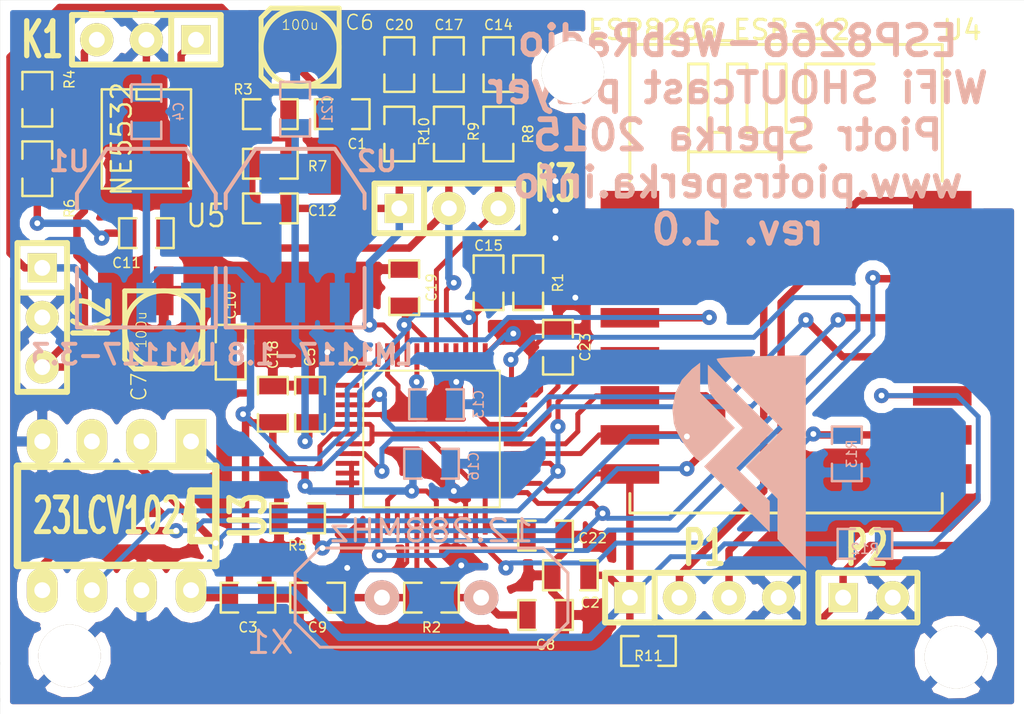
<source format=kicad_pcb>
(kicad_pcb (version 3) (host pcbnew "(2013-jul-07)-stable")
  (title_block (title "ESP8266 SHOUTcast player") (rev 1.0) (company "Piotr Sperka") (comment 1 "This is open-source and open-hardware project"))
  (layers (15 F.Cu signal) (0 B.Cu signal) (18 B.Paste user) (19 F.Paste user) (20 B.SilkS user) (21 F.SilkS user) (22 B.Mask user) (23 F.Mask user) (28 Edge.Cuts user))
  (net 0 "")
  (net 1 +1.8V)
  (net 2 +3.3V)
  (net 3 -6V)
  (net 4 GND)
  (net 5 MISO)
  (net 6 MOSI)
  (net 7 N-000001)
  (net 8 N-0000012)
  (net 9 N-0000013)
  (net 10 N-0000014)
  (net 11 N-0000015)
  (net 12 N-0000017)
  (net 13 N-000002)
  (net 14 N-0000020)
  (net 15 N-0000021)
  (net 16 N-0000022)
  (net 17 N-0000023)
  (net 18 N-0000024)
  (net 19 N-0000025)
  (net 20 N-0000026)
  (net 21 N-0000027)
  (net 22 N-0000028)
  (net 23 N-0000029)
  (net 24 N-000003)
  (net 25 N-0000030)
  (net 26 N-0000031)
  (net 27 N-0000032)
  (net 28 N-0000033)
  (net 29 N-000004)
  (net 30 N-000008)
  (net 31 N-000009)
  (net 32 SCK)
  (net 33 VCC)
  (module SOT223 (layer B.Cu) (at 29.718 27.178 180)
    (fp_text reference U2 (at -4.191 3.937 180) (layer B.SilkS) (effects (font (size 1.016 1.016) (thickness 0.2032)) (justify mirror)))
    (fp_text value LM1117-1.8 (at -1.27 -5.969 180) (layer B.SilkS) (effects (font (size 1.016 1.016) (thickness 0.2032)) (justify mirror)))
    (pad 4 smd rect (at 0 3.302 180) (size 3.6576 2.032) (layers B.Cu B.Paste B.Mask) (net 1 +1.8V))
    (pad 2 smd rect (at 0 -3.302 180) (size 1.016 2.032) (layers B.Cu B.Paste B.Mask) (net 1 +1.8V))
    (pad 3 smd rect (at 2.286 -3.302 180) (size 1.016 2.032) (layers B.Cu B.Paste B.Mask) (net 2 +3.3V))
    (pad 1 smd rect (at -2.286 -3.302 180) (size 1.016 2.032) (layers B.Cu B.Paste B.Mask) (net 4 GND))
  )
  (module SMD_elektrolit40 (layer F.Cu) (at 22.987 31.877 270)
    (fp_text reference C7 (at 2.921 1.27 270) (layer F.SilkS) (effects (font (size 0.762 0.762) (thickness 0.0762))))
    (fp_text value 100u (at 0 1.143 270) (layer F.SilkS) (effects (font (size 0.508 0.508) (thickness 0.0508))))
    (pad 1 smd rect (at 1.99898 0 270) (size 2.49936 1.00076) (layers F.Cu F.Paste F.Mask) (net 3 -6V))
    (pad 2 smd rect (at -1.99898 0 270) (size 2.49936 1.00076) (layers F.Cu F.Paste F.Mask) (net 4 GND))
  )
  (module SMD_elektrolit40 (layer F.Cu) (at 29.972 17.399 180)
    (fp_text reference C6 (at -3.048 1.27 180) (layer F.SilkS) (effects (font (size 0.762 0.762) (thickness 0.0762))))
    (fp_text value 100u (at 0 1.143 180) (layer F.SilkS) (effects (font (size 0.508 0.508) (thickness 0.0508))))
    (pad 1 smd rect (at 1.99898 0 180) (size 2.49936 1.00076) (layers F.Cu F.Paste F.Mask) (net 33 VCC))
    (pad 2 smd rect (at -1.99898 0 180) (size 2.49936 1.00076) (layers F.Cu F.Paste F.Mask) (net 4 GND))
  )
  (module SM0805 (layer F.Cu) (at 40.132 21.844 90)
    (fp_text reference R8 (at 0 1.524 90) (layer F.SilkS) (effects (font (size 0.508 0.508) (thickness 0.0762))))
    (fp_text value 10 hide)
    (pad 1 smd rect (at -0.9525 0 90) (size 0.889 1.397) (layers F.Cu F.Paste F.Mask) (net 17 N-0000023))
    (pad 2 smd rect (at 0.9525 0 90) (size 0.889 1.397) (layers F.Cu F.Paste F.Mask) (net 20 N-0000026))
  )
  (module SM0805 (layer F.Cu) (at 42.545 46.482 180)
    (fp_text reference C8 (at 0 -1.524 180) (layer F.SilkS) (effects (font (size 0.508 0.508) (thickness 0.0762))))
    (fp_text value 33p hide)
    (pad 1 smd rect (at -0.9525 0 180) (size 0.889 1.397) (layers F.Cu F.Paste F.Mask) (net 4 GND))
    (pad 2 smd rect (at 0.9525 0 180) (size 0.889 1.397) (layers F.Cu F.Paste F.Mask) (net 7 N-000001))
  )
  (module SM0805 (layer F.Cu) (at 37.592 21.844 90)
    (fp_text reference R9 (at 0.127 1.27 90) (layer F.SilkS) (effects (font (size 0.508 0.508) (thickness 0.0762))))
    (fp_text value 20 hide)
    (pad 1 smd rect (at -0.9525 0 90) (size 0.889 1.397) (layers F.Cu F.Paste F.Mask) (net 18 N-0000024))
    (pad 2 smd rect (at 0.9525 0 90) (size 0.889 1.397) (layers F.Cu F.Paste F.Mask) (net 16 N-0000022))
  )
  (module SM0805 (layer F.Cu) (at 35.052 21.844 90)
    (fp_text reference R10 (at 0.127 1.27 90) (layer F.SilkS) (effects (font (size 0.508 0.508) (thickness 0.0762))))
    (fp_text value 20 hide)
    (pad 1 smd rect (at -0.9525 0 90) (size 0.889 1.397) (layers F.Cu F.Paste F.Mask) (net 19 N-0000025))
    (pad 2 smd rect (at 0.9525 0 90) (size 0.889 1.397) (layers F.Cu F.Paste F.Mask) (net 21 N-0000027))
  )
  (module SM0805 (layer F.Cu) (at 37.592 18.288 90)
    (fp_text reference C17 (at 2.032 0 180) (layer F.SilkS) (effects (font (size 0.508 0.508) (thickness 0.0762))))
    (fp_text value 10n hide)
    (pad 1 smd rect (at -0.9525 0 90) (size 0.889 1.397) (layers F.Cu F.Paste F.Mask) (net 16 N-0000022))
    (pad 2 smd rect (at 0.9525 0 90) (size 0.889 1.397) (layers F.Cu F.Paste F.Mask) (net 4 GND))
  )
  (module SM0805 (layer B.Cu) (at 29.718 20.574 90)
    (fp_text reference C21 (at 0 1.651 90) (layer B.SilkS) (effects (font (size 0.508 0.508) (thickness 0.0762)) (justify mirror)))
    (fp_text value 100n hide)
    (pad 1 smd rect (at -0.9525 0 90) (size 0.889 1.397) (layers B.Cu B.Paste B.Mask) (net 1 +1.8V))
    (pad 2 smd rect (at 0.9525 0 90) (size 0.889 1.397) (layers B.Cu B.Paste B.Mask) (net 4 GND))
  )
  (module SM0805 (layer F.Cu) (at 27.305 45.593)
    (fp_text reference C3 (at 0 1.524) (layer F.SilkS) (effects (font (size 0.508 0.508) (thickness 0.0762))))
    (fp_text value 100n hide)
    (pad 1 smd rect (at -0.9525 0) (size 0.889 1.397) (layers F.Cu F.Paste F.Mask) (net 2 +3.3V))
    (pad 2 smd rect (at 0.9525 0) (size 0.889 1.397) (layers F.Cu F.Paste F.Mask) (net 4 GND))
  )
  (module SM0805 (layer F.Cu) (at 41.656 29.464 90)
    (fp_text reference R1 (at 0 1.524 90) (layer F.SilkS) (effects (font (size 0.508 0.508) (thickness 0.0762))))
    (fp_text value 10k hide)
    (pad 1 smd rect (at -0.9525 0 90) (size 0.889 1.397) (layers F.Cu F.Paste F.Mask) (net 2 +3.3V))
    (pad 2 smd rect (at 0.9525 0 90) (size 0.889 1.397) (layers F.Cu F.Paste F.Mask) (net 25 N-0000030))
  )
  (module SM0805 (layer F.Cu) (at 40.132 18.288 90)
    (fp_text reference C14 (at 2.032 0 180) (layer F.SilkS) (effects (font (size 0.508 0.508) (thickness 0.0762))))
    (fp_text value 47n hide)
    (pad 1 smd rect (at -0.9525 0 90) (size 0.889 1.397) (layers F.Cu F.Paste F.Mask) (net 20 N-0000026))
    (pad 2 smd rect (at 0.9525 0 90) (size 0.889 1.397) (layers F.Cu F.Paste F.Mask) (net 4 GND))
  )
  (module SM0805 (layer F.Cu) (at 16.51 20.066 90)
    (fp_text reference R4 (at 1.016 1.651 90) (layer F.SilkS) (effects (font (size 0.508 0.508) (thickness 0.0762))))
    (fp_text value 100k hide)
    (pad 1 smd rect (at -0.9525 0 90) (size 0.889 1.397) (layers F.Cu F.Paste F.Mask) (net 8 N-0000012))
    (pad 2 smd rect (at 0.9525 0 90) (size 0.889 1.397) (layers F.Cu F.Paste F.Mask) (net 11 N-0000015))
  )
  (module SM0805 (layer F.Cu) (at 16.51 23.622 270)
    (fp_text reference R6 (at 2.032 -1.651 270) (layer F.SilkS) (effects (font (size 0.508 0.508) (thickness 0.0762))))
    (fp_text value 100k hide)
    (pad 1 smd rect (at -0.9525 0 270) (size 0.889 1.397) (layers F.Cu F.Paste F.Mask) (net 8 N-0000012))
    (pad 2 smd rect (at 0.9525 0 270) (size 0.889 1.397) (layers F.Cu F.Paste F.Mask) (net 31 N-000009))
  )
  (module SM0805 (layer F.Cu) (at 26.416 33.02 90)
    (fp_text reference C10 (at 2.413 0 90) (layer F.SilkS) (effects (font (size 0.508 0.508) (thickness 0.0762))))
    (fp_text value 100n hide)
    (pad 1 smd rect (at -0.9525 0 90) (size 0.889 1.397) (layers F.Cu F.Paste F.Mask) (net 3 -6V))
    (pad 2 smd rect (at 0.9525 0 90) (size 0.889 1.397) (layers F.Cu F.Paste F.Mask) (net 4 GND))
  )
  (module SM0805 (layer F.Cu) (at 22.098 26.924)
    (fp_text reference C11 (at -1.016 1.524) (layer F.SilkS) (effects (font (size 0.508 0.508) (thickness 0.0762))))
    (fp_text value 1u hide)
    (pad 1 smd rect (at -0.9525 0) (size 0.889 1.397) (layers F.Cu F.Paste F.Mask) (net 31 N-000009))
    (pad 2 smd rect (at 0.9525 0) (size 0.889 1.397) (layers F.Cu F.Paste F.Mask) (net 18 N-0000024))
  )
  (module SM0805 (layer F.Cu) (at 28.448 25.654)
    (fp_text reference C12 (at 2.667 0.127) (layer F.SilkS) (effects (font (size 0.508 0.508) (thickness 0.0762))))
    (fp_text value 1u hide)
    (pad 1 smd rect (at -0.9525 0) (size 0.889 1.397) (layers F.Cu F.Paste F.Mask) (net 30 N-000008))
    (pad 2 smd rect (at 0.9525 0) (size 0.889 1.397) (layers F.Cu F.Paste F.Mask) (net 19 N-0000025))
  )
  (module SM0805 (layer B.Cu) (at 36.957 35.687)
    (fp_text reference C13 (at 2.159 0 90) (layer B.SilkS) (effects (font (size 0.508 0.508) (thickness 0.0762)) (justify mirror)))
    (fp_text value 1u hide)
    (pad 1 smd rect (at -0.9525 0) (size 0.889 1.397) (layers B.Cu B.Paste B.Mask) (net 29 N-000004))
    (pad 2 smd rect (at 0.9525 0) (size 0.889 1.397) (layers B.Cu B.Paste B.Mask) (net 4 GND))
  )
  (module SM0805 (layer F.Cu) (at 28.448 23.368 180)
    (fp_text reference R7 (at -2.413 -0.127 180) (layer F.SilkS) (effects (font (size 0.508 0.508) (thickness 0.0762))))
    (fp_text value 100k hide)
    (pad 1 smd rect (at -0.9525 0 180) (size 0.889 1.397) (layers F.Cu F.Paste F.Mask) (net 9 N-0000013))
    (pad 2 smd rect (at 0.9525 0 180) (size 0.889 1.397) (layers F.Cu F.Paste F.Mask) (net 30 N-000008))
  )
  (module SM0805 (layer F.Cu) (at 28.448 20.828)
    (fp_text reference R3 (at -1.397 -1.27) (layer F.SilkS) (effects (font (size 0.508 0.508) (thickness 0.0762))))
    (fp_text value 100k hide)
    (pad 1 smd rect (at -0.9525 0) (size 0.889 1.397) (layers F.Cu F.Paste F.Mask) (net 10 N-0000014))
    (pad 2 smd rect (at 0.9525 0) (size 0.889 1.397) (layers F.Cu F.Paste F.Mask) (net 9 N-0000013))
  )
  (module SM0805 (layer F.Cu) (at 32.131 20.828)
    (fp_text reference C1 (at 0.762 1.524) (layer F.SilkS) (effects (font (size 0.508 0.508) (thickness 0.0762))))
    (fp_text value 100n hide)
    (pad 1 smd rect (at -0.9525 0) (size 0.889 1.397) (layers F.Cu F.Paste F.Mask) (net 33 VCC))
    (pad 2 smd rect (at 0.9525 0) (size 0.889 1.397) (layers F.Cu F.Paste F.Mask) (net 4 GND))
  )
  (module SM0805 (layer F.Cu) (at 43.815 44.45 180)
    (fp_text reference C2 (at -1.016 -1.397 180) (layer F.SilkS) (effects (font (size 0.508 0.508) (thickness 0.0762))))
    (fp_text value 100n hide)
    (pad 1 smd rect (at -0.9525 0 180) (size 0.889 1.397) (layers F.Cu F.Paste F.Mask) (net 2 +3.3V))
    (pad 2 smd rect (at 0.9525 0 180) (size 0.889 1.397) (layers F.Cu F.Paste F.Mask) (net 4 GND))
  )
  (module SM0805 (layer B.Cu) (at 22.098 20.701 90)
    (fp_text reference C4 (at 0 1.651 90) (layer B.SilkS) (effects (font (size 0.508 0.508) (thickness 0.0762)) (justify mirror)))
    (fp_text value 100n hide)
    (pad 1 smd rect (at -0.9525 0 90) (size 0.889 1.397) (layers B.Cu B.Paste B.Mask) (net 2 +3.3V))
    (pad 2 smd rect (at 0.9525 0 90) (size 0.889 1.397) (layers B.Cu B.Paste B.Mask) (net 4 GND))
  )
  (module SM0805 (layer F.Cu) (at 30.48 35.687 90)
    (fp_text reference C5 (at 2.413 0 90) (layer F.SilkS) (effects (font (size 0.508 0.508) (thickness 0.0762))))
    (fp_text value 100n hide)
    (pad 1 smd rect (at -0.9525 0 90) (size 0.889 1.397) (layers F.Cu F.Paste F.Mask) (net 1 +1.8V))
    (pad 2 smd rect (at 0.9525 0 90) (size 0.889 1.397) (layers F.Cu F.Paste F.Mask) (net 4 GND))
  )
  (module SM0805 (layer F.Cu) (at 43.18 32.766 90)
    (fp_text reference C23 (at 0 1.397 90) (layer F.SilkS) (effects (font (size 0.508 0.508) (thickness 0.0762))))
    (fp_text value 100n hide)
    (pad 1 smd rect (at -0.9525 0 90) (size 0.889 1.397) (layers F.Cu F.Paste F.Mask) (net 1 +1.8V))
    (pad 2 smd rect (at 0.9525 0 90) (size 0.889 1.397) (layers F.Cu F.Paste F.Mask) (net 4 GND))
  )
  (module SM0805 (layer F.Cu) (at 35.306 29.718 270)
    (fp_text reference C19 (at 0 -1.397 270) (layer F.SilkS) (effects (font (size 0.508 0.508) (thickness 0.0762))))
    (fp_text value 100n hide)
    (pad 1 smd rect (at -0.9525 0 270) (size 0.889 1.397) (layers F.Cu F.Paste F.Mask) (net 4 GND))
    (pad 2 smd rect (at 0.9525 0 270) (size 0.889 1.397) (layers F.Cu F.Paste F.Mask) (net 2 +3.3V))
  )
  (module SM0805 (layer F.Cu) (at 28.575 35.687 270)
    (fp_text reference C18 (at -2.54 0 270) (layer F.SilkS) (effects (font (size 0.508 0.508) (thickness 0.0762))))
    (fp_text value 100n hide)
    (pad 1 smd rect (at -0.9525 0 270) (size 0.889 1.397) (layers F.Cu F.Paste F.Mask) (net 4 GND))
    (pad 2 smd rect (at 0.9525 0 270) (size 0.889 1.397) (layers F.Cu F.Paste F.Mask) (net 2 +3.3V))
  )
  (module SM0805 (layer F.Cu) (at 42.545 42.418)
    (fp_text reference C22 (at 2.413 0.127) (layer F.SilkS) (effects (font (size 0.508 0.508) (thickness 0.0762))))
    (fp_text value 100n hide)
    (pad 1 smd rect (at -0.9525 0) (size 0.889 1.397) (layers F.Cu F.Paste F.Mask) (net 1 +1.8V))
    (pad 2 smd rect (at 0.9525 0) (size 0.889 1.397) (layers F.Cu F.Paste F.Mask) (net 4 GND))
  )
  (module SM0805 (layer F.Cu) (at 35.052 18.288 90)
    (fp_text reference C20 (at 2.032 0 180) (layer F.SilkS) (effects (font (size 0.508 0.508) (thickness 0.0762))))
    (fp_text value 10n hide)
    (pad 1 smd rect (at -0.9525 0 90) (size 0.889 1.397) (layers F.Cu F.Paste F.Mask) (net 21 N-0000027))
    (pad 2 smd rect (at 0.9525 0 90) (size 0.889 1.397) (layers F.Cu F.Paste F.Mask) (net 4 GND))
  )
  (module SM0805 (layer F.Cu) (at 29.845 41.529 180)
    (fp_text reference R5 (at 0 -1.397 180) (layer F.SilkS) (effects (font (size 0.508 0.508) (thickness 0.0762))))
    (fp_text value 100k hide)
    (pad 1 smd rect (at -0.9525 0 180) (size 0.889 1.397) (layers F.Cu F.Paste F.Mask) (net 24 N-000003))
    (pad 2 smd rect (at 0.9525 0 180) (size 0.889 1.397) (layers F.Cu F.Paste F.Mask) (net 4 GND))
  )
  (module SM0805 (layer B.Cu) (at 36.703 38.735 180)
    (fp_text reference C16 (at -2.159 -0.127 270) (layer B.SilkS) (effects (font (size 0.508 0.508) (thickness 0.0762)) (justify mirror)))
    (fp_text value 100n hide)
    (pad 1 smd rect (at -0.9525 0 180) (size 0.889 1.397) (layers B.Cu B.Paste B.Mask) (net 4 GND))
    (pad 2 smd rect (at 0.9525 0 180) (size 0.889 1.397) (layers B.Cu B.Paste B.Mask) (net 2 +3.3V))
  )
  (module SM0805 (layer F.Cu) (at 39.624 29.464 270)
    (fp_text reference C15 (at -1.905 0 360) (layer F.SilkS) (effects (font (size 0.508 0.508) (thickness 0.0762))))
    (fp_text value 100n hide)
    (pad 1 smd rect (at -0.9525 0 270) (size 0.889 1.397) (layers F.Cu F.Paste F.Mask) (net 4 GND))
    (pad 2 smd rect (at 0.9525 0 270) (size 0.889 1.397) (layers F.Cu F.Paste F.Mask) (net 2 +3.3V))
  )
  (module SM0805 (layer F.Cu) (at 36.703 45.593 180)
    (fp_text reference R2 (at 0 -1.524 180) (layer F.SilkS) (effects (font (size 0.508 0.508) (thickness 0.0762))))
    (fp_text value 1M hide)
    (pad 1 smd rect (at -0.9525 0 180) (size 0.889 1.397) (layers F.Cu F.Paste F.Mask) (net 7 N-000001))
    (pad 2 smd rect (at 0.9525 0 180) (size 0.889 1.397) (layers F.Cu F.Paste F.Mask) (net 13 N-000002))
  )
  (module SM0805 (layer F.Cu) (at 30.861 45.593)
    (fp_text reference C9 (at 0 1.524) (layer F.SilkS) (effects (font (size 0.508 0.508) (thickness 0.0762))))
    (fp_text value 33p hide)
    (pad 1 smd rect (at -0.9525 0) (size 0.889 1.397) (layers F.Cu F.Paste F.Mask) (net 4 GND))
    (pad 2 smd rect (at 0.9525 0) (size 0.889 1.397) (layers F.Cu F.Paste F.Mask) (net 13 N-000002))
  )
  (module SIL-4 (layer F.Cu) (at 50.673 45.593)
    (fp_text reference P1 (at 0 -2.54) (layer F.SilkS) (effects (font (size 1.73482 1.08712) (thickness 0.3048))))
    (fp_text value UART hide)
    (pad 1 thru_hole rect (at -3.81 0) (size 1.6002 1.6002) (drill 0.8128) (layers *.Cu *.Mask F.SilkS) (net 2 +3.3V))
    (pad 2 thru_hole circle (at -1.27 0) (size 1.69926 1.69926) (drill 0.8128) (layers *.Cu *.Mask F.SilkS) (net 14 N-0000020))
    (pad 3 thru_hole circle (at 1.27 0) (size 1.69926 1.69926) (drill 0.8128) (layers *.Cu *.Mask F.SilkS) (net 15 N-0000021))
    (pad 4 thru_hole circle (at 3.81 0) (size 1.69926 1.69926) (drill 0.8128) (layers *.Cu *.Mask F.SilkS) (net 4 GND))
  )
  (module SIL-3 (layer F.Cu) (at 22.098 17.018 180)
    (fp_text reference K1 (at 5.334 0 180) (layer F.SilkS) (effects (font (size 1.7907 1.07696) (thickness 0.3048))))
    (fp_text value AUDIO hide)
    (pad 1 thru_hole rect (at -2.54 0 180) (size 1.50114 1.50114) (drill 0.8128) (layers *.Cu *.Mask F.SilkS) (net 10 N-0000014))
    (pad 2 thru_hole circle (at 0 0 180) (size 1.69926 1.69926) (drill 0.8128) (layers *.Cu *.Mask F.SilkS) (net 4 GND))
    (pad 3 thru_hole circle (at 2.54 0 180) (size 1.69926 1.69926) (drill 0.8128) (layers *.Cu *.Mask F.SilkS) (net 11 N-0000015))
  )
  (module SIL-3 (layer F.Cu) (at 37.592 25.654)
    (fp_text reference K3 (at 5.461 -1.27) (layer F.SilkS) (effects (font (size 1.7907 1.07696) (thickness 0.3048))))
    (fp_text value EARPHONES hide)
    (pad 1 thru_hole rect (at -2.54 0) (size 1.50114 1.50114) (drill 0.8128) (layers *.Cu *.Mask F.SilkS) (net 19 N-0000025))
    (pad 2 thru_hole circle (at 0 0) (size 1.69926 1.69926) (drill 0.8128) (layers *.Cu *.Mask F.SilkS) (net 18 N-0000024))
    (pad 3 thru_hole circle (at 2.54 0) (size 1.69926 1.69926) (drill 0.8128) (layers *.Cu *.Mask F.SilkS) (net 17 N-0000023))
  )
  (module SIL-3 (layer F.Cu) (at 16.764 31.242 270)
    (fp_text reference K2 (at 0 -2.54 270) (layer F.SilkS) (effects (font (size 1.7907 1.07696) (thickness 0.3048))))
    (fp_text value POWER hide)
    (pad 1 thru_hole rect (at -2.54 0 270) (size 1.50114 1.50114) (drill 0.8128) (layers *.Cu *.Mask F.SilkS) (net 33 VCC))
    (pad 2 thru_hole circle (at 0 0 270) (size 1.69926 1.69926) (drill 0.8128) (layers *.Cu *.Mask F.SilkS) (net 4 GND))
    (pad 3 thru_hole circle (at 2.54 0 270) (size 1.69926 1.69926) (drill 0.8128) (layers *.Cu *.Mask F.SilkS) (net 3 -6V))
  )
  (module SIL-2 (layer F.Cu) (at 59.055 45.593)
    (fp_text reference P2 (at -0.0635 -2.54) (layer F.SilkS) (effects (font (size 1.72974 1.08712) (thickness 0.3048))))
    (fp_text value PROG hide)
    (pad 1 thru_hole rect (at -1.27 0) (size 1.50114 1.50114) (drill 0.8128) (layers *.Cu *.Mask F.SilkS) (net 23 N-0000029))
    (pad 2 thru_hole circle (at 1.27 0) (size 1.69926 1.69926) (drill 0.8128) (layers *.Cu *.Mask F.SilkS) (net 4 GND))
  )
  (module HC-18UV (layer B.Cu) (at 36.703 45.593)
    (fp_text reference X1 (at -8.255 2.286) (layer B.SilkS) (effects (font (size 1.143 1.27) (thickness 0.1524)) (justify mirror)))
    (fp_text value 12.288MHz (at 0 -3.429) (layer B.SilkS) (effects (font (size 1.143 1.27) (thickness 0.1524)) (justify mirror)))
    (pad 1 thru_hole circle (at -2.54 0) (size 1.778 1.778) (drill 0.8128) (layers *.Cu *.Mask B.SilkS) (net 13 N-000002))
    (pad 2 thru_hole circle (at 2.54 0) (size 1.778 1.778) (drill 0.8128) (layers *.Cu *.Mask B.SilkS) (net 7 N-000001))
  )
  (module SO8N (layer F.Cu) (at 22.098 22.098 270)
    (fp_text reference U5 (at 3.937 -3.048 360) (layer F.SilkS) (effects (font (size 1.143 1.016) (thickness 0.127))))
    (fp_text value NE5532 (at 0 1.27 270) (layer F.SilkS) (effects (font (size 1.016 1.016) (thickness 0.127))))
    (pad 8 smd rect (at -1.905 -3.175 270) (size 0.508 1.143) (layers F.Cu F.Paste F.Mask) (net 33 VCC))
    (pad 7 smd rect (at -0.635 -3.175 270) (size 0.508 1.143) (layers F.Cu F.Paste F.Mask) (net 10 N-0000014))
    (pad 6 smd rect (at 0.635 -3.175 270) (size 0.508 1.143) (layers F.Cu F.Paste F.Mask) (net 9 N-0000013))
    (pad 5 smd rect (at 1.905 -3.175 270) (size 0.508 1.143) (layers F.Cu F.Paste F.Mask) (net 4 GND))
    (pad 4 smd rect (at 1.905 3.175 270) (size 0.508 1.143) (layers F.Cu F.Paste F.Mask) (net 3 -6V))
    (pad 3 smd rect (at 0.635 3.175 270) (size 0.508 1.143) (layers F.Cu F.Paste F.Mask) (net 4 GND))
    (pad 2 smd rect (at -0.635 3.175 270) (size 0.508 1.143) (layers F.Cu F.Paste F.Mask) (net 8 N-0000012))
    (pad 1 smd rect (at -1.905 3.175 270) (size 0.508 1.143) (layers F.Cu F.Paste F.Mask) (net 11 N-0000015))
  )
  (module ESP-12 (layer F.Cu) (at 54.864 32.258)
    (fp_text reference U4 (at 9.017 -15.748) (layer F.SilkS))
    (fp_text value ESP8266_ESP-12 (at -3.429 -15.748) (layer F.SilkS))
    (pad 1 smd rect (at -8 -7) (size 3 1) (layers F.Cu F.Paste F.Mask))
    (pad 2 smd rect (at -8 -5) (size 3 1) (layers F.Cu F.Paste F.Mask))
    (pad 3 smd rect (at -8 -3) (size 3 1) (layers F.Cu F.Paste F.Mask) (net 25 N-0000030))
    (pad 4 smd rect (at -8 -1) (size 3 1) (layers F.Cu F.Paste F.Mask) (net 22 N-0000028))
    (pad 5 smd rect (at -8 1) (size 3 1) (layers F.Cu F.Paste F.Mask) (net 32 SCK))
    (pad 6 smd rect (at -8 3) (size 3 1) (layers F.Cu F.Paste F.Mask) (net 5 MISO))
    (pad 7 smd rect (at -8 5) (size 3 1) (layers F.Cu F.Paste F.Mask) (net 6 MOSI))
    (pad 8 smd rect (at -8 7) (size 3 1) (layers F.Cu F.Paste F.Mask) (net 2 +3.3V))
    (pad 9 smd rect (at 8 7) (size 3 1) (layers F.Cu F.Paste F.Mask) (net 4 GND))
    (pad 10 smd rect (at 8 5) (size 3 1) (layers F.Cu F.Paste F.Mask) (net 26 N-0000031))
    (pad 11 smd rect (at 8 3) (size 3 1) (layers F.Cu F.Paste F.Mask) (net 12 N-0000017))
    (pad 12 smd rect (at 8 1) (size 3 1) (layers F.Cu F.Paste F.Mask) (net 23 N-0000029))
    (pad 13 smd rect (at 8 -1) (size 3 1) (layers F.Cu F.Paste F.Mask) (net 28 N-0000033))
    (pad 14 smd rect (at 8 -3) (size 3 1) (layers F.Cu F.Paste F.Mask) (net 27 N-0000032))
    (pad 15 smd rect (at 8 -5) (size 3 1) (layers F.Cu F.Paste F.Mask) (net 15 N-0000021))
    (pad 16 smd rect (at 8 -7) (size 3 1) (layers F.Cu F.Paste F.Mask) (net 14 N-0000020))
  )
  (module SOT223 (layer B.Cu) (at 22.098 27.178 180)
    (fp_text reference U1 (at 3.937 3.937 180) (layer B.SilkS) (effects (font (size 1.016 1.016) (thickness 0.2032)) (justify mirror)))
    (fp_text value LM1117-3.3 (at 1.143 -5.969 180) (layer B.SilkS) (effects (font (size 1.016 1.016) (thickness 0.2032)) (justify mirror)))
    (pad 4 smd rect (at 0 3.302 180) (size 3.6576 2.032) (layers B.Cu B.Paste B.Mask) (net 2 +3.3V))
    (pad 2 smd rect (at 0 -3.302 180) (size 1.016 2.032) (layers B.Cu B.Paste B.Mask) (net 2 +3.3V))
    (pad 3 smd rect (at 2.286 -3.302 180) (size 1.016 2.032) (layers B.Cu B.Paste B.Mask) (net 33 VCC))
    (pad 1 smd rect (at -2.286 -3.302 180) (size 1.016 2.032) (layers B.Cu B.Paste B.Mask) (net 4 GND))
  )
  (module DIP-8__300_ELL (layer F.Cu) (at 20.574 41.402 180)
    (fp_text reference U3 (at -6.731 0 270) (layer F.SilkS) (effects (font (size 1.778 1.143) (thickness 0.3048))))
    (fp_text value 23LCV1024 (at 0 0 180) (layer F.SilkS) (effects (font (size 1.778 1.016) (thickness 0.3048))))
    (pad 1 thru_hole rect (at -3.81 3.81 180) (size 1.5748 2.286) (drill 0.8128) (layers *.Cu *.Mask F.SilkS) (net 22 N-0000028))
    (pad 2 thru_hole oval (at -1.27 3.81 180) (size 1.5748 2.286) (drill 0.8128) (layers *.Cu *.Mask F.SilkS) (net 5 MISO))
    (pad 3 thru_hole oval (at 1.27 3.81 180) (size 1.5748 2.286) (drill 0.8128) (layers *.Cu *.Mask F.SilkS))
    (pad 4 thru_hole oval (at 3.81 3.81 180) (size 1.5748 2.286) (drill 0.8128) (layers *.Cu *.Mask F.SilkS) (net 4 GND))
    (pad 5 thru_hole oval (at 3.81 -3.81 180) (size 1.5748 2.286) (drill 0.8128) (layers *.Cu *.Mask F.SilkS) (net 6 MOSI))
    (pad 6 thru_hole oval (at 1.27 -3.81 180) (size 1.5748 2.286) (drill 0.8128) (layers *.Cu *.Mask F.SilkS) (net 32 SCK))
    (pad 7 thru_hole oval (at -1.27 -3.81 180) (size 1.5748 2.286) (drill 0.8128) (layers *.Cu *.Mask F.SilkS) (net 4 GND))
    (pad 8 thru_hole oval (at -3.81 -3.81 180) (size 1.5748 2.286) (drill 0.8128) (layers *.Cu *.Mask F.SilkS) (net 2 +3.3V))
  )
  (module Logo (layer F.Cu) (at 52.578 38.608)
    (fp_text reference VAL hide)
    (fp_text value REF hide)
  )
  (module 1pin (layer F.Cu) (at 63.5635 48.641)
    (fp_text reference "" (at 0 -2.667) (layer F.SilkS) (effects (font (size 1.016 1.016) (thickness 0.254))))
    (fp_text value P*** hide)
    (pad 1 thru_hole circle (at 0 0) (size 3.2 3.2) (drill 3.2) (layers *.Cu *.Mask F.SilkS) (net 4 GND))
  )
  (module 1pin (layer F.Cu) (at 18.161 48.5775)
    (fp_text reference 1PIN hide)
    (fp_text value P*** hide)
    (pad 1 thru_hole circle (at 0 0) (size 3.2 3.2) (drill 3.2) (layers *.Cu *.Mask F.SilkS) (net 4 GND))
  )
  (module 1pin (layer F.Cu) (at 43.942 18.669)
    (fp_text reference 1PIN hide)
    (fp_text value P*** hide)
    (pad 1 thru_hole circle (at 0 0) (size 3.2 3.2) (drill 3.2) (layers *.Cu *.Mask F.SilkS) (net 4 GND))
  )
  (module LQFP48 (layer F.Cu) (at 36.703 37.465)
    (fp_text reference U6)
    (fp_text value VS1053 hide)
    (pad 12 smd rect (at -4.3 2.75) (size 1.2 0.24892) (layers F.Cu F.Paste F.Mask) (net 24 N-000003))
    (pad 11 smd rect (at -4.3 2.25) (size 1.2 0.25146) (layers F.Cu F.Paste F.Mask) (net 24 N-000003))
    (pad 10 smd rect (at -4.3 1.75) (size 1.2 0.25146) (layers F.Cu F.Paste F.Mask) (net 24 N-000003))
    (pad 9 smd rect (at -4.3 1.25) (size 1.2 0.25146) (layers F.Cu F.Paste F.Mask) (net 24 N-000003))
    (pad 8 smd rect (at -4.3 0.75) (size 1.2 0.24892) (layers F.Cu F.Paste F.Mask) (net 28 N-0000033))
    (pad 7 smd rect (at -4.3 0.25) (size 1.2 0.24892) (layers F.Cu F.Paste F.Mask) (net 1 +1.8V))
    (pad 6 smd rect (at -4.3 -0.25) (size 1.2 0.24892) (layers F.Cu F.Paste F.Mask) (net 2 +3.3V))
    (pad 5 smd rect (at -4.3 -0.75) (size 1.2 0.24892) (layers F.Cu F.Paste F.Mask) (net 1 +1.8V))
    (pad 4 smd rect (at -4.3 -1.25) (size 1.2 0.25146) (layers F.Cu F.Paste F.Mask) (net 4 GND))
    (pad 3 smd rect (at -4.3 -1.75) (size 1.2 0.25146) (layers F.Cu F.Paste F.Mask) (net 23 N-0000029))
    (pad 2 smd rect (at -4.3 -2.25) (size 1.2 0.25146) (layers F.Cu F.Paste F.Mask))
    (pad 1 smd rect (at -4.3 -2.75) (size 1.2 0.24892) (layers F.Cu F.Paste F.Mask))
    (pad 48 smd rect (at -2.75 -4.3) (size 0.24892 1.2) (layers F.Cu F.Paste F.Mask))
    (pad 47 smd rect (at -2.25 -4.3) (size 0.25146 1.2) (layers F.Cu F.Paste F.Mask) (net 4 GND))
    (pad 46 smd rect (at -1.75 -4.3) (size 0.25146 1.2) (layers F.Cu F.Paste F.Mask) (net 19 N-0000025))
    (pad 45 smd rect (at -1.25 -4.3) (size 0.25146 1.2) (layers F.Cu F.Paste F.Mask) (net 2 +3.3V))
    (pad 44 smd rect (at -0.75 -4.3) (size 0.24892 1.2) (layers F.Cu F.Paste F.Mask) (net 29 N-000004))
    (pad 43 smd rect (at -0.25 -4.3) (size 0.24892 1.2) (layers F.Cu F.Paste F.Mask) (net 2 +3.3V))
    (pad 42 smd rect (at 0.25 -4.3) (size 0.24892 1.2) (layers F.Cu F.Paste F.Mask) (net 17 N-0000023))
    (pad 41 smd rect (at 0.75 -4.3) (size 0.24892 1.2) (layers F.Cu F.Paste F.Mask) (net 4 GND))
    (pad 40 smd rect (at 1.25 -4.3) (size 0.25146 1.2) (layers F.Cu F.Paste F.Mask) (net 4 GND))
    (pad 39 smd rect (at 1.75 -4.3) (size 0.25146 1.2) (layers F.Cu F.Paste F.Mask) (net 18 N-0000024))
    (pad 38 smd rect (at 2.25 -4.3) (size 0.25146 1.2) (layers F.Cu F.Paste F.Mask) (net 2 +3.3V))
    (pad 37 smd rect (at 2.75 -4.3) (size 0.24892 1.2) (layers F.Cu F.Paste F.Mask) (net 4 GND))
    (pad 25 smd rect (at 4.3 2.75) (size 1.2 0.24892) (layers F.Cu F.Paste F.Mask) (net 24 N-000003))
    (pad 26 smd rect (at 4.3 2.275) (size 1.2 0.25146) (layers F.Cu F.Paste F.Mask) (net 2 +3.3V))
    (pad 27 smd rect (at 4.3 1.75) (size 1.2 0.25146) (layers F.Cu F.Paste F.Mask))
    (pad 28 smd rect (at 4.3 1.25) (size 1.2 0.25146) (layers F.Cu F.Paste F.Mask) (net 32 SCK))
    (pad 29 smd rect (at 4.3 0.75) (size 1.2 0.24892) (layers F.Cu F.Paste F.Mask) (net 6 MOSI))
    (pad 30 smd rect (at 4.3 0.25) (size 1.2 0.24892) (layers F.Cu F.Paste F.Mask) (net 5 MISO))
    (pad 31 smd rect (at 4.3 -0.25) (size 1.2 0.24892) (layers F.Cu F.Paste F.Mask) (net 1 +1.8V))
    (pad 32 smd rect (at 4.3 -0.75) (size 1.2 0.24892) (layers F.Cu F.Paste F.Mask) (net 2 +3.3V))
    (pad 33 smd rect (at 4.3 -1.25) (size 1.2 0.25146) (layers F.Cu F.Paste F.Mask) (net 24 N-000003))
    (pad 34 smd rect (at 4.3 -1.75) (size 1.2 0.25146) (layers F.Cu F.Paste F.Mask) (net 24 N-000003))
    (pad 35 smd rect (at 4.3 -2.25) (size 1.2 0.25146) (layers F.Cu F.Paste F.Mask) (net 4 GND))
    (pad 36 smd rect (at 4.3 -2.75) (size 1.2 0.24892) (layers F.Cu F.Paste F.Mask) (net 24 N-000003))
    (pad 13 smd rect (at -2.75 4.3) (size 0.24892 1.2) (layers F.Cu F.Paste F.Mask) (net 27 N-0000032))
    (pad 14 smd rect (at -2.25 4.3) (size 0.25146 1.2) (layers F.Cu F.Paste F.Mask) (net 2 +3.3V))
    (pad 15 smd rect (at -1.75 4.3) (size 0.25146 1.2) (layers F.Cu F.Paste F.Mask))
    (pad 16 smd rect (at -1.25 4.3) (size 0.25146 1.2) (layers F.Cu F.Paste F.Mask) (net 4 GND))
    (pad 17 smd rect (at -0.75 4.3) (size 0.24892 1.2) (layers F.Cu F.Paste F.Mask) (net 13 N-000002))
    (pad 18 smd rect (at -0.25 4.3) (size 0.24892 1.2) (layers F.Cu F.Paste F.Mask) (net 7 N-000001))
    (pad 19 smd rect (at 0.25 4.3) (size 0.24892 1.2) (layers F.Cu F.Paste F.Mask) (net 2 +3.3V))
    (pad 20 smd rect (at 0.75 4.3) (size 0.24892 1.2) (layers F.Cu F.Paste F.Mask) (net 4 GND))
    (pad 21 smd rect (at 1.25 4.3) (size 0.25146 1.2) (layers F.Cu F.Paste F.Mask) (net 4 GND))
    (pad 22 smd rect (at 1.75 4.3) (size 0.25146 1.2) (layers F.Cu F.Paste F.Mask) (net 4 GND))
    (pad 23 smd rect (at 2.25 4.3) (size 0.25146 1.2) (layers F.Cu F.Paste F.Mask) (net 26 N-0000031))
    (pad 24 smd rect (at 2.75 4.3) (size 0.24892 1.2) (layers F.Cu F.Paste F.Mask) (net 1 +1.8V))
  )
  (module SM0805 (layer B.Cu) (at 58.9026 42.8371)
    (fp_text reference R12 (at 0 0.254) (layer B.SilkS) (effects (font (size 0.508 0.508) (thickness 0.0762)) (justify mirror)))
    (fp_text value 10k hide)
    (pad 1 smd rect (at -0.9525 0) (size 0.889 1.397) (layers B.Cu B.Paste B.Mask) (net 2 +3.3V))
    (pad 2 smd rect (at 0.9525 0) (size 0.889 1.397) (layers B.Cu B.Paste B.Mask) (net 12 N-0000017))
  )
  (module SM0805 (layer B.Cu) (at 57.9755 38.227 90)
    (fp_text reference R13 (at 0 0.254 90) (layer B.SilkS) (effects (font (size 0.508 0.508) (thickness 0.0762)) (justify mirror)))
    (fp_text value 10k hide)
    (pad 1 smd rect (at -0.9525 0 90) (size 0.889 1.397) (layers B.Cu B.Paste B.Mask) (net 4 GND))
    (pad 2 smd rect (at 0.9525 0 90) (size 0.889 1.397) (layers B.Cu B.Paste B.Mask) (net 26 N-0000031))
  )
  (module SM0805 (layer F.Cu) (at 47.8155 48.3235 180)
    (fp_text reference R11 (at 0 -0.254 180) (layer F.SilkS) (effects (font (size 0.508 0.508) (thickness 0.0762))))
    (fp_text value 10k hide)
    (pad 1 smd rect (at -0.9525 0 180) (size 0.889 1.397) (layers F.Cu F.Paste F.Mask) (net 23 N-0000029))
    (pad 2 smd rect (at 0.9525 0 180) (size 0.889 1.397) (layers F.Cu F.Paste F.Mask) (net 2 +3.3V))
  )
  (gr_line (start 14.605 51.562) (end 14.605 50.7365) (angle 90) (layer Edge.Cuts) (width 0.01))
  (gr_line (start 67.056 51.562) (end 67.056 50.4825) (angle 90) (layer Edge.Cuts) (width 0.01))
  (gr_line (start 14.605 51.562) (end 67.056 51.562) (angle 90) (layer Edge.Cuts) (width 0.01))
  (gr_line (start 67.056 50.927) (end 67.056 48.7045) (angle 90) (layer Edge.Cuts) (width 0.01))
  (gr_line (start 14.605 48.895) (end 14.605 50.927) (angle 90) (layer Edge.Cuts) (width 0.01))
  (gr_text "ESP8266-WebRadio\nWiFi SHOUTcast player\nPiotr Sperka 2015\nwww.piotrsperka.info\nrev. 1.0" (at 52.3875 21.9075) (layer B.SilkS) (effects (font (size 1.5 1.5) (thickness 0.3)) (justify mirror)))
  (gr_line (start 14.859 14.986) (end 14.605 14.986) (angle 90) (layer Edge.Cuts) (width 0.01))
  (gr_line (start 14.605 49.022) (end 14.605 14.986) (angle 90) (layer Edge.Cuts) (width 0.01))
  (gr_line (start 67.056 14.986) (end 67.056 49.022) (angle 90) (layer Edge.Cuts) (width 0.01))
  (gr_line (start 14.859 14.986) (end 67.056 14.986) (angle 90) (layer Edge.Cuts) (width 0.01))
  (segment (start 39.45128 40.9575) (end 39.45128 41.76328) (width 0.254) (layer F.Cu) (net 1))
  (segment (start 39.45128 41.76328) (end 40.106 42.418) (width 0.254) (layer F.Cu) (net 1))
  (segment (start 40.106 42.418) (end 41.5925 42.418) (width 0.254) (layer F.Cu) (net 1))
  (segment (start 39.45128 40.9575) (end 39.45128 40.34028) (width 0.254) (layer F.Cu) (net 1))
  (segment (start 35.941 37.211) (end 35.941 37.21608) (width 0.254) (layer F.Cu) (net 1))
  (segment (start 36.322 37.211) (end 35.941 37.211) (width 0.254) (layer F.Cu) (net 1))
  (segment (start 39.45128 40.34028) (end 36.322 37.211) (width 0.254) (layer F.Cu) (net 1))
  (segment (start 41.656 37.21608) (end 41.77792 37.21608) (width 0.254) (layer F.Cu) (net 1))
  (segment (start 41.77792 37.21608) (end 42.722798 36.271202) (width 0.254) (layer F.Cu) (net 1))
  (segment (start 42.722798 36.271202) (end 42.722798 35.255202) (width 0.254) (layer F.Cu) (net 1))
  (segment (start 42.722798 35.255202) (end 43.18 34.798) (width 0.254) (layer F.Cu) (net 1))
  (segment (start 43.18 34.798) (end 43.18 33.7185) (width 0.254) (layer F.Cu) (net 1))
  (segment (start 40.80002 37.21608) (end 41.656 37.21608) (width 0.254) (layer F.Cu) (net 1))
  (segment (start 41.656 37.21608) (end 41.77792 37.21608) (width 0.254) (layer F.Cu) (net 1))
  (segment (start 40.80002 37.21608) (end 38.48608 37.21608) (width 0.254) (layer F.Cu) (net 1))
  (segment (start 38.48608 37.21608) (end 35.941 37.21608) (width 0.254) (layer F.Cu) (net 1))
  (segment (start 29.718 21.5265) (end 29.718 23.876) (width 0.381) (layer B.Cu) (net 1))
  (segment (start 29.718 30.48) (end 29.718 32.385) (width 0.381) (layer B.Cu) (net 1))
  (segment (start 29.718 32.385) (end 30.226 32.893) (width 0.381) (layer B.Cu) (net 1))
  (segment (start 30.226 32.893) (end 30.226 37.592) (width 0.381) (layer B.Cu) (net 1))
  (via (at 30.226 37.592) (size 0.775) (layers F.Cu B.Cu) (net 1))
  (segment (start 30.226 37.592) (end 30.48 37.338) (width 0.254) (layer F.Cu) (net 1))
  (segment (start 30.48 37.338) (end 30.48 36.6395) (width 0.254) (layer F.Cu) (net 1))
  (segment (start 29.718 23.876) (end 29.718 30.48) (width 0.381) (layer B.Cu) (net 1))
  (segment (start 32.60598 36.7157) (end 33.5407 36.7157) (width 0.254) (layer F.Cu) (net 1))
  (segment (start 33.655 36.83) (end 33.655 37.21608) (width 0.254) (layer F.Cu) (net 1))
  (segment (start 33.5407 36.7157) (end 33.655 36.83) (width 0.254) (layer F.Cu) (net 1))
  (segment (start 32.60598 36.7157) (end 30.5562 36.7157) (width 0.254) (layer F.Cu) (net 1))
  (segment (start 30.5562 36.7157) (end 30.48 36.6395) (width 0.254) (layer F.Cu) (net 1))
  (segment (start 35.941 37.21608) (end 33.655 37.21608) (width 0.254) (layer F.Cu) (net 1))
  (segment (start 33.655 37.21608) (end 33.655 37.211) (width 0.254) (layer F.Cu) (net 1))
  (segment (start 33.655 37.592) (end 33.53308 37.71392) (width 0.254) (layer F.Cu) (net 1))
  (segment (start 33.655 37.211) (end 33.655 37.592) (width 0.254) (layer F.Cu) (net 1))
  (segment (start 33.53308 37.71392) (end 32.60598 37.71392) (width 0.254) (layer F.Cu) (net 1))
  (segment (start 57.9501 42.8371) (end 51.7144 42.8371) (width 0.254) (layer B.Cu) (net 2))
  (segment (start 51.7144 42.8371) (end 51.181 43.3705) (width 0.254) (layer B.Cu) (net 2))
  (segment (start 48.9585 43.4975) (end 46.863 45.593) (width 0.254) (layer B.Cu) (net 2))
  (segment (start 51.054 43.4975) (end 48.9585 43.4975) (width 0.254) (layer B.Cu) (net 2))
  (segment (start 51.181 43.3705) (end 51.054 43.4975) (width 0.254) (layer B.Cu) (net 2))
  (segment (start 46.863 48.3235) (end 46.863 45.593) (width 0.381) (layer F.Cu) (net 2))
  (segment (start 30.734 38.989) (end 30.988 38.735) (width 0.254) (layer F.Cu) (net 2))
  (segment (start 32.403 37.215) (end 31.619 37.215) (width 0.254) (layer F.Cu) (net 2))
  (segment (start 31.619 37.215) (end 30.988 37.846) (width 0.254) (layer F.Cu) (net 2))
  (segment (start 30.988 37.846) (end 30.988 38.735) (width 0.254) (layer F.Cu) (net 2))
  (segment (start 41.003 39.74) (end 42.28 39.74) (width 0.254) (layer F.Cu) (net 2))
  (segment (start 42.28 39.74) (end 42.3545 39.8145) (width 0.254) (layer F.Cu) (net 2))
  (segment (start 35.306 31.623) (end 35.306 32.004) (width 0.254) (layer B.Cu) (net 2))
  (segment (start 29.337 38.481) (end 27.051 36.195) (width 0.254) (layer B.Cu) (net 2))
  (segment (start 30.914998 38.481) (end 29.337 38.481) (width 0.254) (layer B.Cu) (net 2))
  (segment (start 32.385 37.010998) (end 30.914998 38.481) (width 0.254) (layer B.Cu) (net 2))
  (segment (start 32.385 34.925) (end 32.385 37.010998) (width 0.254) (layer B.Cu) (net 2))
  (segment (start 35.306 32.004) (end 32.385 34.925) (width 0.254) (layer B.Cu) (net 2))
  (segment (start 38.481 31.115) (end 35.814 31.115) (width 0.254) (layer B.Cu) (net 2))
  (segment (start 38.608 31.242) (end 38.481 31.115) (width 0.254) (layer B.Cu) (net 2))
  (via (at 38.608 31.242) (size 0.775) (layers F.Cu B.Cu) (net 2))
  (segment (start 39.4335 30.4165) (end 38.608 31.242) (width 0.254) (layer F.Cu) (net 2))
  (segment (start 39.624 30.4165) (end 39.4335 30.4165) (width 0.254) (layer F.Cu) (net 2))
  (segment (start 35.814 31.115) (end 35.941 31.115) (width 0.254) (layer B.Cu) (net 2))
  (segment (start 35.306 31.623) (end 35.814 31.115) (width 0.254) (layer B.Cu) (net 2))
  (via (at 35.306 31.623) (size 0.775) (layers F.Cu B.Cu) (net 2))
  (segment (start 35.306 30.6705) (end 35.306 31.623) (width 0.254) (layer F.Cu) (net 2))
  (segment (start 36.45408 33.36798) (end 36.45408 32.39008) (width 0.254) (layer F.Cu) (net 2))
  (segment (start 36.45408 32.39008) (end 35.45586 31.39186) (width 0.254) (layer F.Cu) (net 2))
  (segment (start 35.45586 33.36798) (end 35.45586 31.39186) (width 0.254) (layer F.Cu) (net 2))
  (segment (start 35.45586 31.39186) (end 35.45586 30.82036) (width 0.254) (layer F.Cu) (net 2))
  (segment (start 35.45586 30.82036) (end 35.306 30.6705) (width 0.254) (layer F.Cu) (net 2))
  (segment (start 24.384 45.212) (end 29.591 45.212) (width 0.381) (layer B.Cu) (net 2))
  (segment (start 29.591 45.212) (end 32.004 47.625) (width 0.381) (layer B.Cu) (net 2))
  (segment (start 32.004 47.625) (end 44.831 47.625) (width 0.381) (layer B.Cu) (net 2))
  (segment (start 44.831 47.625) (end 46.863 45.593) (width 0.381) (layer B.Cu) (net 2))
  (segment (start 22.098 21.6535) (end 22.098 23.876) (width 0.381) (layer B.Cu) (net 2))
  (segment (start 35.687 40.132) (end 30.48 40.132) (width 0.381) (layer B.Cu) (net 2))
  (segment (start 30.48 40.132) (end 30.226 39.878) (width 0.381) (layer B.Cu) (net 2))
  (via (at 30.226 39.878) (size 0.775) (layers F.Cu B.Cu) (net 2))
  (segment (start 30.226 39.878) (end 30.226 38.989) (width 0.381) (layer F.Cu) (net 2))
  (segment (start 39.624 30.4165) (end 41.656 30.4165) (width 0.254) (layer F.Cu) (net 2))
  (segment (start 38.9509 33.36798) (end 38.9509 31.0896) (width 0.254) (layer F.Cu) (net 2))
  (segment (start 38.9509 31.0896) (end 39.624 30.4165) (width 0.254) (layer F.Cu) (net 2))
  (segment (start 40.80002 36.7157) (end 39.6367 36.7157) (width 0.254) (layer F.Cu) (net 2))
  (segment (start 39.6367 36.7157) (end 38.9509 36.0299) (width 0.254) (layer F.Cu) (net 2))
  (segment (start 38.9509 36.0299) (end 38.9509 33.36798) (width 0.254) (layer F.Cu) (net 2))
  (segment (start 44.7675 44.45) (end 45.72 44.45) (width 0.381) (layer F.Cu) (net 2))
  (segment (start 45.72 44.45) (end 46.863 45.593) (width 0.381) (layer F.Cu) (net 2))
  (segment (start 26.3525 45.593) (end 26.3525 44.3865) (width 0.381) (layer F.Cu) (net 2))
  (segment (start 27.178 36.322) (end 27.051 36.195) (width 0.254) (layer F.Cu) (net 2))
  (segment (start 27.178 43.561) (end 27.178 36.322) (width 0.381) (layer F.Cu) (net 2))
  (segment (start 26.3525 44.3865) (end 27.178 43.561) (width 0.381) (layer F.Cu) (net 2))
  (segment (start 30.988 38.735) (end 30.734 38.989) (width 0.254) (layer F.Cu) (net 2))
  (segment (start 30.734 38.989) (end 30.226 38.989) (width 0.254) (layer F.Cu) (net 2))
  (segment (start 30.226 38.989) (end 29.718 38.989) (width 0.381) (layer F.Cu) (net 2))
  (segment (start 29.718 38.989) (end 28.575 37.846) (width 0.381) (layer F.Cu) (net 2))
  (segment (start 28.575 37.846) (end 28.575 36.6395) (width 0.381) (layer F.Cu) (net 2))
  (segment (start 22.098 23.876) (end 22.098 30.48) (width 0.381) (layer B.Cu) (net 2))
  (segment (start 26.3525 45.593) (end 24.765 45.593) (width 0.381) (layer F.Cu) (net 2))
  (segment (start 24.765 45.593) (end 24.384 45.212) (width 0.381) (layer F.Cu) (net 2))
  (segment (start 45.07 39.258) (end 46.864 39.258) (width 0.254) (layer F.Cu) (net 2))
  (segment (start 44.196 40.132) (end 45.07 39.258) (width 0.254) (layer F.Cu) (net 2))
  (segment (start 42.672 40.132) (end 44.196 40.132) (width 0.254) (layer F.Cu) (net 2))
  (segment (start 42.3545 39.8145) (end 42.672 40.132) (width 0.254) (layer F.Cu) (net 2))
  (segment (start 46.863 45.593) (end 46.863 39.259) (width 0.381) (layer F.Cu) (net 2))
  (segment (start 46.863 39.259) (end 46.864 39.258) (width 0.254) (layer F.Cu) (net 2))
  (segment (start 22.098 30.48) (end 22.098 29.464) (width 0.254) (layer B.Cu) (net 2))
  (segment (start 27.432 29.464) (end 27.432 30.48) (width 0.381) (layer B.Cu) (net 2))
  (segment (start 26.797 28.829) (end 27.432 29.464) (width 0.381) (layer B.Cu) (net 2))
  (segment (start 22.733 28.829) (end 26.797 28.829) (width 0.381) (layer B.Cu) (net 2))
  (segment (start 22.098 29.464) (end 22.733 28.829) (width 0.381) (layer B.Cu) (net 2))
  (segment (start 28.575 36.6395) (end 27.4955 36.6395) (width 0.381) (layer F.Cu) (net 2))
  (segment (start 27.4955 36.6395) (end 27.051 36.195) (width 0.381) (layer F.Cu) (net 2))
  (segment (start 27.432 35.814) (end 27.432 30.48) (width 0.381) (layer B.Cu) (net 2))
  (segment (start 27.051 36.195) (end 27.432 35.814) (width 0.381) (layer B.Cu) (net 2))
  (via (at 27.051 36.195) (size 0.775) (layers F.Cu B.Cu) (net 2))
  (segment (start 35.687 40.132) (end 36.449 40.132) (width 0.254) (layer F.Cu) (net 2))
  (segment (start 36.95192 40.63492) (end 36.95192 41.56202) (width 0.254) (layer F.Cu) (net 2))
  (segment (start 36.449 40.132) (end 36.95192 40.63492) (width 0.254) (layer F.Cu) (net 2))
  (segment (start 35.7505 38.735) (end 35.7505 40.0685) (width 0.381) (layer B.Cu) (net 2))
  (segment (start 34.4551 40.6019) (end 34.4551 41.56202) (width 0.254) (layer F.Cu) (net 2))
  (segment (start 34.925 40.132) (end 34.4551 40.6019) (width 0.254) (layer F.Cu) (net 2))
  (segment (start 35.687 40.132) (end 34.925 40.132) (width 0.254) (layer F.Cu) (net 2))
  (via (at 35.687 40.132) (size 0.775) (layers F.Cu B.Cu) (net 2))
  (segment (start 35.7505 40.0685) (end 35.687 40.132) (width 0.254) (layer B.Cu) (net 2))
  (segment (start 18.923 24.003) (end 18.923 25.781) (width 0.381) (layer F.Cu) (net 3))
  (segment (start 18.923 25.781) (end 18.542 26.162) (width 0.381) (layer F.Cu) (net 3))
  (segment (start 18.542 26.162) (end 18.542 28.067) (width 0.381) (layer F.Cu) (net 3))
  (segment (start 18.542 28.067) (end 18.923 28.448) (width 0.381) (layer F.Cu) (net 3))
  (segment (start 18.923 28.448) (end 18.923 31.623) (width 0.381) (layer F.Cu) (net 3))
  (segment (start 18.923 31.623) (end 16.764 33.782) (width 0.381) (layer F.Cu) (net 3))
  (segment (start 22.987 33.87598) (end 26.31948 33.87598) (width 0.381) (layer F.Cu) (net 3))
  (segment (start 26.31948 33.87598) (end 26.416 33.9725) (width 0.254) (layer F.Cu) (net 3))
  (segment (start 16.764 33.782) (end 21.209 33.782) (width 0.381) (layer F.Cu) (net 3))
  (segment (start 21.209 33.782) (end 22.89302 33.782) (width 0.381) (layer F.Cu) (net 3))
  (segment (start 22.89302 33.782) (end 22.987 33.87598) (width 0.254) (layer F.Cu) (net 3))
  (segment (start 37.953 33.165) (end 37.953 34.524) (width 0.254) (layer F.Cu) (net 4))
  (segment (start 37.953 34.524) (end 37.973 34.544) (width 0.254) (layer F.Cu) (net 4))
  (segment (start 37.953 33.165) (end 37.453 33.165) (width 0.254) (layer F.Cu) (net 4))
  (segment (start 37.9095 34.6075) (end 37.9095 35.687) (width 0.254) (layer B.Cu) (net 4))
  (segment (start 37.973 34.544) (end 37.9095 34.6075) (width 0.254) (layer B.Cu) (net 4))
  (via (at 37.973 34.544) (size 0.775) (layers F.Cu B.Cu) (net 4))
  (segment (start 39.453 33.165) (end 39.479 33.165) (width 0.254) (layer F.Cu) (net 4))
  (segment (start 39.479 33.165) (end 40.5765 32.0675) (width 0.254) (layer F.Cu) (net 4))
  (segment (start 40.5765 32.0675) (end 40.894 32.0675) (width 0.254) (layer F.Cu) (net 4))
  (via (at 40.894 32.0675) (size 0.775) (layers F.Cu B.Cu) (net 4))
  (segment (start 40.894 32.0675) (end 40.8305 32.131) (width 0.254) (layer B.Cu) (net 4))
  (segment (start 40.8305 32.131) (end 40.513 32.131) (width 0.254) (layer B.Cu) (net 4))
  (segment (start 40.513 32.131) (end 38.862 33.782) (width 0.254) (layer B.Cu) (net 4))
  (segment (start 32.403 36.215) (end 34.651 36.215) (width 0.254) (layer F.Cu) (net 4))
  (segment (start 34.651 36.215) (end 34.9885 35.8775) (width 0.254) (layer F.Cu) (net 4))
  (segment (start 34.9885 35.8775) (end 34.9885 34.7345) (width 0.254) (layer F.Cu) (net 4))
  (segment (start 34.9885 34.7345) (end 34.453 34.199) (width 0.254) (layer F.Cu) (net 4))
  (segment (start 34.453 34.199) (end 34.453 33.165) (width 0.254) (layer F.Cu) (net 4))
  (segment (start 38.45052 41.56202) (end 38.45052 40.73652) (width 0.254) (layer F.Cu) (net 4))
  (segment (start 37.95014 41.56202) (end 38.45052 41.56202) (width 0.254) (layer F.Cu) (net 4))
  (segment (start 37.6555 39.9415) (end 37.6555 38.735) (width 0.381) (layer B.Cu) (net 4))
  (segment (start 37.846 40.132) (end 37.6555 39.9415) (width 0.254) (layer B.Cu) (net 4))
  (via (at 37.846 40.132) (size 0.775) (layers F.Cu B.Cu) (net 4))
  (segment (start 38.45052 40.73652) (end 37.846 40.132) (width 0.254) (layer F.Cu) (net 4))
  (segment (start 40.386 32.512) (end 40.106 32.512) (width 0.254) (layer F.Cu) (net 4))
  (segment (start 40.106 32.512) (end 39.453 33.165) (width 0.254) (layer F.Cu) (net 4))
  (segment (start 41.003 35.215) (end 42.0645 35.215) (width 0.254) (layer F.Cu) (net 4))
  (segment (start 42.0645 35.215) (end 42.291 34.9885) (width 0.254) (layer F.Cu) (net 4))
  (segment (start 42.291 34.9885) (end 42.291 34.4805) (width 0.254) (layer F.Cu) (net 4))
  (segment (start 42.291 34.4805) (end 41.91 34.0995) (width 0.254) (layer F.Cu) (net 4))
  (segment (start 41.91 34.0995) (end 41.91 33.274) (width 0.254) (layer F.Cu) (net 4))
  (segment (start 37.465 44.196) (end 37.973 44.196) (width 0.2032) (layer B.Cu) (net 4))
  (segment (start 37.973 44.196) (end 38.227 43.942) (width 0.2032) (layer B.Cu) (net 4))
  (segment (start 38.227 43.942) (end 37.973 43.942) (width 0.2032) (layer B.Cu) (net 4))
  (segment (start 35.45586 43.79214) (end 35.052 44.196) (width 0.2032) (layer F.Cu) (net 4))
  (segment (start 35.052 44.196) (end 32.512 44.196) (width 0.2032) (layer F.Cu) (net 4))
  (segment (start 32.512 44.196) (end 32.385 44.069) (width 0.2032) (layer F.Cu) (net 4))
  (segment (start 35.45586 43.79214) (end 35.45586 41.56202) (width 0.2032) (layer F.Cu) (net 4))
  (via (at 32.385 44.069) (size 0.775) (layers F.Cu B.Cu) (net 4))
  (segment (start 32.512 44.196) (end 32.385 44.069) (width 0.2032) (layer B.Cu) (net 4))
  (segment (start 37.465 44.196) (end 32.512 44.196) (width 0.2032) (layer B.Cu) (net 4))
  (segment (start 37.973 43.942) (end 37.973 44.196) (width 0.2032) (layer B.Cu) (net 4))
  (segment (start 37.95014 41.56202) (end 37.95014 43.66514) (width 0.254) (layer F.Cu) (net 4))
  (segment (start 38.227 43.942) (end 38.1 44.069) (width 0.254) (layer B.Cu) (net 4))
  (via (at 38.227 43.942) (size 0.775) (layers F.Cu B.Cu) (net 4))
  (segment (start 37.95014 43.66514) (end 38.227 43.942) (width 0.254) (layer F.Cu) (net 4))
  (segment (start 32.004 30.48) (end 32.004 32.385) (width 0.381) (layer B.Cu) (net 4))
  (segment (start 31.369 33.02) (end 31.623 32.766) (width 0.254) (layer F.Cu) (net 4))
  (via (at 31.369 33.02) (size 0.775) (layers F.Cu B.Cu) (net 4))
  (segment (start 32.004 32.385) (end 31.369 33.02) (width 0.381) (layer B.Cu) (net 4))
  (segment (start 39.624 28.5115) (end 39.624 27.686) (width 0.254) (layer F.Cu) (net 4))
  (via (at 43.053 24.257) (size 0.775) (layers F.Cu B.Cu) (net 4))
  (segment (start 43.053 25.781) (end 43.053 24.257) (width 0.254) (layer F.Cu) (net 4))
  (via (at 43.053 25.781) (size 0.775) (layers F.Cu B.Cu) (net 4))
  (segment (start 43.053 27.178) (end 43.053 25.781) (width 0.254) (layer B.Cu) (net 4))
  (via (at 43.053 27.178) (size 0.775) (layers F.Cu B.Cu) (net 4))
  (segment (start 40.132 27.178) (end 43.053 27.178) (width 0.254) (layer F.Cu) (net 4))
  (segment (start 39.624 27.686) (end 40.132 27.178) (width 0.254) (layer F.Cu) (net 4))
  (segment (start 43.18 31.8135) (end 43.18 31.115) (width 0.254) (layer F.Cu) (net 4))
  (via (at 44.069 30.226) (size 0.775) (layers F.Cu B.Cu) (net 4))
  (segment (start 43.18 31.115) (end 44.069 30.226) (width 0.254) (layer F.Cu) (net 4))
  (segment (start 41.783 32.893) (end 41.656 33.02) (width 0.254) (layer F.Cu) (net 4))
  (segment (start 43.18 31.8135) (end 42.8625 31.8135) (width 0.254) (layer F.Cu) (net 4))
  (segment (start 42.8625 31.8135) (end 41.783 32.893) (width 0.254) (layer F.Cu) (net 4))
  (segment (start 40.386 32.512) (end 41.148 32.512) (width 0.254) (layer F.Cu) (net 4))
  (segment (start 41.148 32.512) (end 41.656 33.02) (width 0.254) (layer F.Cu) (net 4))
  (segment (start 41.656 33.02) (end 41.91 33.274) (width 0.254) (layer F.Cu) (net 4))
  (segment (start 42.8625 44.45) (end 42.8625 43.8785) (width 0.254) (layer F.Cu) (net 4))
  (segment (start 42.8625 43.8785) (end 43.4975 43.2435) (width 0.381) (layer F.Cu) (net 4))
  (segment (start 43.4975 43.2435) (end 43.4975 42.418) (width 0.254) (layer F.Cu) (net 4))
  (segment (start 43.4975 46.482) (end 43.4975 45.9105) (width 0.381) (layer F.Cu) (net 4))
  (segment (start 43.4975 45.9105) (end 42.8625 45.2755) (width 0.381) (layer F.Cu) (net 4))
  (segment (start 42.8625 45.2755) (end 42.8625 44.45) (width 0.381) (layer F.Cu) (net 4))
  (segment (start 37.4523 41.56202) (end 37.95014 41.56202) (width 0.254) (layer F.Cu) (net 4))
  (segment (start 28.575 34.7345) (end 30.48 34.7345) (width 0.254) (layer F.Cu) (net 4))
  (segment (start 40.132 17.3355) (end 37.592 17.3355) (width 0.381) (layer F.Cu) (net 4))
  (segment (start 31.97098 17.399) (end 34.9885 17.399) (width 0.381) (layer F.Cu) (net 4))
  (segment (start 34.9885 17.399) (end 35.052 17.3355) (width 0.254) (layer F.Cu) (net 4))
  (segment (start 33.0835 20.828) (end 33.0835 18.51152) (width 0.381) (layer F.Cu) (net 4))
  (segment (start 33.0835 18.51152) (end 31.97098 17.399) (width 0.381) (layer F.Cu) (net 4))
  (segment (start 25.273 24.003) (end 24.765 24.003) (width 0.381) (layer F.Cu) (net 4))
  (segment (start 24.765 24.003) (end 22.098 21.336) (width 0.381) (layer F.Cu) (net 4))
  (segment (start 18.923 22.733) (end 20.701 22.733) (width 0.381) (layer F.Cu) (net 4))
  (segment (start 22.098 21.336) (end 22.098 17.018) (width 0.381) (layer F.Cu) (net 4))
  (segment (start 20.701 22.733) (end 22.098 21.336) (width 0.381) (layer F.Cu) (net 4))
  (segment (start 21.844 37.592) (end 21.844 38.989) (width 0.381) (layer F.Cu) (net 5))
  (segment (start 21.844 38.989) (end 25.654 42.799) (width 0.381) (layer F.Cu) (net 5))
  (via (at 25.654 42.799) (size 0.775) (layers F.Cu B.Cu) (net 5))
  (segment (start 25.654 42.799) (end 26.289 42.164) (width 0.254) (layer B.Cu) (net 5))
  (segment (start 26.289 42.164) (end 43.053 42.164) (width 0.254) (layer B.Cu) (net 5))
  (segment (start 43.053 42.164) (end 46.228 38.989) (width 0.254) (layer B.Cu) (net 5))
  (segment (start 46.228 38.989) (end 49.784 38.989) (width 0.254) (layer B.Cu) (net 5))
  (via (at 49.784 38.989) (size 0.775) (layers F.Cu B.Cu) (net 5))
  (segment (start 49.784 38.989) (end 51.562 37.211) (width 0.381) (layer F.Cu) (net 5))
  (segment (start 51.562 37.211) (end 51.562 36.068) (width 0.381) (layer F.Cu) (net 5))
  (segment (start 51.562 36.068) (end 50.752 35.258) (width 0.381) (layer F.Cu) (net 5))
  (segment (start 50.752 35.258) (end 46.864 35.258) (width 0.381) (layer F.Cu) (net 5))
  (segment (start 45.133 35.258) (end 46.864 35.258) (width 0.254) (layer F.Cu) (net 5))
  (segment (start 44.196 36.195) (end 45.133 35.258) (width 0.254) (layer F.Cu) (net 5))
  (segment (start 44.196 37.084) (end 44.196 36.195) (width 0.254) (layer F.Cu) (net 5))
  (segment (start 43.56608 37.71392) (end 44.196 37.084) (width 0.254) (layer F.Cu) (net 5))
  (segment (start 40.80002 37.71392) (end 43.56608 37.71392) (width 0.254) (layer F.Cu) (net 5))
  (segment (start 23.622 42.164) (end 24.511 42.164) (width 0.254) (layer B.Cu) (net 6))
  (segment (start 24.511 42.164) (end 25.019 41.656) (width 0.254) (layer B.Cu) (net 6))
  (segment (start 25.019 41.656) (end 42.545 41.656) (width 0.254) (layer B.Cu) (net 6))
  (segment (start 42.545 41.656) (end 42.926 41.275) (width 0.254) (layer B.Cu) (net 6))
  (segment (start 16.764 45.212) (end 16.764 43.942) (width 0.381) (layer F.Cu) (net 6))
  (segment (start 16.764 43.942) (end 18.542 42.164) (width 0.381) (layer F.Cu) (net 6))
  (segment (start 18.542 42.164) (end 23.622 42.164) (width 0.381) (layer F.Cu) (net 6))
  (via (at 23.622 42.164) (size 0.775) (layers F.Cu B.Cu) (net 6))
  (segment (start 42.926 41.275) (end 46.863 37.338) (width 0.254) (layer B.Cu) (net 6))
  (segment (start 46.863 37.338) (end 49.784 37.338) (width 0.254) (layer B.Cu) (net 6))
  (via (at 49.784 37.338) (size 0.775) (layers F.Cu B.Cu) (net 6))
  (segment (start 49.784 37.338) (end 49.704 37.258) (width 0.254) (layer F.Cu) (net 6))
  (segment (start 49.704 37.258) (end 46.864 37.258) (width 0.381) (layer F.Cu) (net 6))
  (segment (start 40.80002 38.2143) (end 44.3357 38.2143) (width 0.254) (layer F.Cu) (net 6))
  (segment (start 45.292 37.258) (end 46.864 37.258) (width 0.254) (layer F.Cu) (net 6))
  (segment (start 44.3357 38.2143) (end 45.292 37.258) (width 0.254) (layer F.Cu) (net 6))
  (segment (start 41.5925 46.482) (end 40.132 46.482) (width 0.381) (layer F.Cu) (net 7))
  (segment (start 40.132 46.482) (end 39.243 45.593) (width 0.381) (layer F.Cu) (net 7))
  (segment (start 36.45408 41.56202) (end 36.45408 43.69308) (width 0.254) (layer F.Cu) (net 7))
  (segment (start 37.6555 44.8945) (end 37.6555 45.593) (width 0.254) (layer F.Cu) (net 7))
  (segment (start 36.45408 43.69308) (end 37.6555 44.8945) (width 0.254) (layer F.Cu) (net 7))
  (segment (start 37.6555 45.593) (end 39.243 45.593) (width 0.381) (layer F.Cu) (net 7))
  (segment (start 18.923 21.463) (end 16.9545 21.463) (width 0.381) (layer F.Cu) (net 8))
  (segment (start 16.9545 21.463) (end 16.51 21.0185) (width 0.381) (layer F.Cu) (net 8))
  (segment (start 16.51 22.6695) (end 16.51 21.0185) (width 0.381) (layer F.Cu) (net 8))
  (segment (start 25.273 22.733) (end 25.908 22.733) (width 0.254) (layer F.Cu) (net 9))
  (segment (start 26.543 22.098) (end 29.4005 22.098) (width 0.254) (layer F.Cu) (net 9))
  (segment (start 25.908 22.733) (end 26.543 22.098) (width 0.254) (layer F.Cu) (net 9))
  (segment (start 29.4005 23.368) (end 29.4005 22.098) (width 0.381) (layer F.Cu) (net 9))
  (segment (start 29.4005 22.098) (end 29.4005 20.828) (width 0.381) (layer F.Cu) (net 9))
  (segment (start 25.273 21.463) (end 24.511 21.463) (width 0.381) (layer F.Cu) (net 10))
  (segment (start 23.876 17.78) (end 24.638 17.018) (width 0.381) (layer F.Cu) (net 10))
  (segment (start 23.876 20.828) (end 23.876 17.78) (width 0.381) (layer F.Cu) (net 10))
  (segment (start 24.511 21.463) (end 23.876 20.828) (width 0.381) (layer F.Cu) (net 10))
  (segment (start 25.273 21.463) (end 26.035 21.463) (width 0.381) (layer F.Cu) (net 10))
  (segment (start 26.67 20.828) (end 27.4955 20.828) (width 0.381) (layer F.Cu) (net 10))
  (segment (start 26.035 21.463) (end 26.67 20.828) (width 0.381) (layer F.Cu) (net 10))
  (segment (start 16.51 19.1135) (end 18.923 19.1135) (width 0.381) (layer F.Cu) (net 11))
  (segment (start 18.923 19.1135) (end 18.923 19.05) (width 0.381) (layer F.Cu) (net 11))
  (segment (start 18.923 20.193) (end 18.923 19.05) (width 0.381) (layer F.Cu) (net 11))
  (segment (start 18.923 19.05) (end 18.923 17.653) (width 0.381) (layer F.Cu) (net 11))
  (segment (start 18.923 17.653) (end 19.558 17.018) (width 0.381) (layer F.Cu) (net 11))
  (segment (start 59.8551 42.8371) (end 62.4332 42.8371) (width 0.254) (layer B.Cu) (net 12))
  (segment (start 63.6778 41.5925) (end 63.6778 41.6052) (width 0.254) (layer B.Cu) (net 12))
  (segment (start 62.4332 42.8371) (end 63.6778 41.5925) (width 0.254) (layer B.Cu) (net 12))
  (segment (start 59.769 35.258) (end 62.864 35.258) (width 0.254) (layer F.Cu) (net 12))
  (segment (start 59.7535 35.2425) (end 59.769 35.258) (width 0.254) (layer F.Cu) (net 12))
  (via (at 59.7535 35.2425) (size 0.775) (layers F.Cu B.Cu) (net 12))
  (segment (start 63.627 35.2425) (end 59.7535 35.2425) (width 0.254) (layer B.Cu) (net 12))
  (segment (start 64.7065 36.322) (end 63.627 35.2425) (width 0.254) (layer B.Cu) (net 12))
  (segment (start 64.7065 40.5765) (end 64.7065 36.322) (width 0.254) (layer B.Cu) (net 12))
  (segment (start 63.6778 41.6052) (end 64.7065 40.5765) (width 0.254) (layer B.Cu) (net 12))
  (segment (start 35.9537 41.56202) (end 35.9537 45.3898) (width 0.254) (layer F.Cu) (net 13))
  (segment (start 35.9537 45.3898) (end 35.7505 45.593) (width 0.254) (layer F.Cu) (net 13))
  (segment (start 35.7505 45.593) (end 34.163 45.593) (width 0.381) (layer F.Cu) (net 13))
  (segment (start 31.8135 45.593) (end 34.163 45.593) (width 0.381) (layer F.Cu) (net 13))
  (segment (start 49.403 45.593) (end 49.403 44.45) (width 0.381) (layer F.Cu) (net 14))
  (segment (start 58.562 25.258) (end 62.864 25.258) (width 0.381) (layer F.Cu) (net 14))
  (segment (start 53.721 30.099) (end 58.562 25.258) (width 0.381) (layer F.Cu) (net 14))
  (segment (start 53.721 40.132) (end 53.721 30.099) (width 0.381) (layer F.Cu) (net 14))
  (segment (start 49.403 44.45) (end 53.721 40.132) (width 0.381) (layer F.Cu) (net 14))
  (segment (start 51.943 45.593) (end 51.943 43.18) (width 0.381) (layer F.Cu) (net 15))
  (segment (start 57.832 27.258) (end 62.864 27.258) (width 0.381) (layer F.Cu) (net 15))
  (segment (start 54.61 30.48) (end 57.832 27.258) (width 0.381) (layer F.Cu) (net 15))
  (segment (start 54.61 40.513) (end 54.61 30.48) (width 0.381) (layer F.Cu) (net 15))
  (segment (start 51.943 43.18) (end 54.61 40.513) (width 0.381) (layer F.Cu) (net 15))
  (segment (start 37.592 20.8915) (end 37.592 19.2405) (width 0.381) (layer F.Cu) (net 16))
  (segment (start 36.95192 33.36798) (end 36.95192 28.83408) (width 0.254) (layer F.Cu) (net 17))
  (segment (start 36.95192 28.83408) (end 40.132 25.654) (width 0.254) (layer F.Cu) (net 17))
  (segment (start 40.132 25.654) (end 40.132 22.7965) (width 0.381) (layer F.Cu) (net 17))
  (segment (start 38.453 33.165) (end 38.453 32.23) (width 0.254) (layer F.Cu) (net 18))
  (segment (start 38.453 32.23) (end 37.465 31.242) (width 0.254) (layer F.Cu) (net 18))
  (segment (start 37.465 29.845) (end 37.846 29.464) (width 0.254) (layer F.Cu) (net 18))
  (segment (start 37.465 31.242) (end 37.465 29.845) (width 0.254) (layer F.Cu) (net 18))
  (segment (start 23.0505 26.924) (end 25.781 26.924) (width 0.381) (layer F.Cu) (net 18))
  (segment (start 25.781 26.924) (end 26.035 27.178) (width 0.381) (layer F.Cu) (net 18))
  (segment (start 37.592 29.21) (end 37.592 25.654) (width 0.381) (layer B.Cu) (net 18))
  (via (at 37.846 29.464) (size 0.775) (layers F.Cu B.Cu) (net 18))
  (segment (start 37.846 29.464) (end 37.592 29.21) (width 0.381) (layer B.Cu) (net 18))
  (segment (start 35.56 27.686) (end 37.592 25.654) (width 0.381) (layer F.Cu) (net 18))
  (segment (start 26.543 27.686) (end 35.56 27.686) (width 0.381) (layer F.Cu) (net 18))
  (segment (start 26.035 27.178) (end 26.543 27.686) (width 0.381) (layer F.Cu) (net 18))
  (segment (start 37.592 25.654) (end 37.592 22.7965) (width 0.381) (layer F.Cu) (net 18))
  (segment (start 34.953 33.165) (end 34.953 32.3495) (width 0.254) (layer F.Cu) (net 19))
  (segment (start 34.953 32.3495) (end 34.2265 31.623) (width 0.254) (layer F.Cu) (net 19))
  (segment (start 34.2265 31.623) (end 33.528 31.623) (width 0.254) (layer F.Cu) (net 19))
  (segment (start 35.052 26.924) (end 35.052 25.654) (width 0.381) (layer B.Cu) (net 19))
  (segment (start 33.528 28.448) (end 35.052 26.924) (width 0.381) (layer B.Cu) (net 19))
  (segment (start 33.528 31.623) (end 33.528 28.448) (width 0.381) (layer B.Cu) (net 19))
  (via (at 33.528 31.623) (size 0.775) (layers F.Cu B.Cu) (net 19))
  (segment (start 29.4005 25.654) (end 35.052 25.654) (width 0.381) (layer F.Cu) (net 19))
  (segment (start 35.052 25.654) (end 35.052 22.7965) (width 0.381) (layer F.Cu) (net 19))
  (segment (start 40.132 20.8915) (end 40.132 19.2405) (width 0.381) (layer F.Cu) (net 20))
  (segment (start 35.052 20.8915) (end 35.052 19.2405) (width 0.381) (layer F.Cu) (net 21))
  (segment (start 39.497 32.385) (end 40.64 31.242) (width 0.254) (layer B.Cu) (net 22))
  (segment (start 35.687 32.385) (end 39.497 32.385) (width 0.254) (layer B.Cu) (net 22))
  (segment (start 35.2425 32.8295) (end 35.687 32.385) (width 0.254) (layer B.Cu) (net 22))
  (segment (start 40.64 31.242) (end 50.927 31.242) (width 0.254) (layer B.Cu) (net 22))
  (segment (start 24.384 37.592) (end 24.638 37.592) (width 0.254) (layer B.Cu) (net 22))
  (segment (start 24.638 37.592) (end 26.035 38.989) (width 0.254) (layer B.Cu) (net 22))
  (segment (start 26.035 38.989) (end 31.115 38.989) (width 0.254) (layer B.Cu) (net 22))
  (segment (start 31.115 38.989) (end 33.02 37.084) (width 0.254) (layer B.Cu) (net 22))
  (segment (start 33.02 37.084) (end 33.02 35.052) (width 0.254) (layer B.Cu) (net 22))
  (segment (start 50.911 31.258) (end 46.864 31.258) (width 0.381) (layer F.Cu) (net 22))
  (segment (start 50.927 31.242) (end 50.911 31.258) (width 0.254) (layer F.Cu) (net 22))
  (via (at 50.927 31.242) (size 0.775) (layers F.Cu B.Cu) (net 22))
  (segment (start 33.02 35.052) (end 35.2425 32.8295) (width 0.254) (layer B.Cu) (net 22))
  (segment (start 48.768 48.3235) (end 55.0545 48.3235) (width 0.381) (layer F.Cu) (net 23))
  (segment (start 55.0545 48.3235) (end 57.785 45.593) (width 0.381) (layer F.Cu) (net 23))
  (segment (start 57.785 45.593) (end 57.785 44.323) (width 0.381) (layer F.Cu) (net 23))
  (segment (start 64.9445 33.258) (end 62.864 33.258) (width 0.381) (layer F.Cu) (net 23))
  (segment (start 65.532 33.8455) (end 64.9445 33.258) (width 0.381) (layer F.Cu) (net 23))
  (segment (start 65.532 40.9575) (end 65.532 33.8455) (width 0.381) (layer F.Cu) (net 23))
  (segment (start 63.5635 42.926) (end 65.532 40.9575) (width 0.381) (layer F.Cu) (net 23))
  (segment (start 59.182 42.926) (end 63.5635 42.926) (width 0.381) (layer F.Cu) (net 23))
  (segment (start 57.785 44.323) (end 59.182 42.926) (width 0.381) (layer F.Cu) (net 23))
  (segment (start 38.481 36.957) (end 41.021 36.957) (width 0.254) (layer B.Cu) (net 23))
  (segment (start 41.021 36.957) (end 42.672 35.306) (width 0.254) (layer B.Cu) (net 23))
  (segment (start 42.672 35.306) (end 51.943 35.306) (width 0.254) (layer B.Cu) (net 23))
  (segment (start 51.943 35.306) (end 55.88 31.369) (width 0.254) (layer B.Cu) (net 23))
  (via (at 55.88 31.369) (size 0.775) (layers F.Cu B.Cu) (net 23))
  (segment (start 55.88 31.369) (end 57.769 33.258) (width 0.381) (layer F.Cu) (net 23))
  (segment (start 57.769 33.258) (end 62.864 33.258) (width 0.381) (layer F.Cu) (net 23))
  (segment (start 32.60598 35.71748) (end 33.49752 35.71748) (width 0.254) (layer F.Cu) (net 23))
  (segment (start 33.49752 35.71748) (end 34.036 35.179) (width 0.254) (layer F.Cu) (net 23))
  (via (at 34.036 35.179) (size 0.775) (layers F.Cu B.Cu) (net 23))
  (segment (start 34.036 35.179) (end 34.29 35.433) (width 0.254) (layer B.Cu) (net 23))
  (segment (start 34.29 35.433) (end 34.29 36.449) (width 0.254) (layer B.Cu) (net 23))
  (segment (start 34.29 36.449) (end 34.798 36.957) (width 0.254) (layer B.Cu) (net 23))
  (segment (start 34.798 36.957) (end 38.481 36.957) (width 0.254) (layer B.Cu) (net 23))
  (segment (start 31.115 43.053) (end 31.1785 43.053) (width 0.254) (layer B.Cu) (net 24))
  (segment (start 44.069 42.672) (end 45.466 41.275) (width 0.254) (layer B.Cu) (net 24))
  (segment (start 31.5595 42.672) (end 44.069 42.672) (width 0.254) (layer B.Cu) (net 24))
  (segment (start 31.1785 43.053) (end 31.5595 42.672) (width 0.254) (layer B.Cu) (net 24))
  (segment (start 52.578 37.846) (end 48.895 41.529) (width 0.254) (layer B.Cu) (net 24))
  (segment (start 58.547 31.877) (end 52.578 37.846) (width 0.254) (layer B.Cu) (net 24))
  (segment (start 58.547 30.607) (end 58.547 31.877) (width 0.254) (layer B.Cu) (net 24))
  (segment (start 58.166 30.226) (end 58.547 30.607) (width 0.254) (layer B.Cu) (net 24))
  (segment (start 55.245 30.226) (end 58.166 30.226) (width 0.254) (layer B.Cu) (net 24))
  (segment (start 53.213 32.258) (end 55.245 30.226) (width 0.254) (layer B.Cu) (net 24))
  (segment (start 41.91 32.258) (end 53.213 32.258) (width 0.254) (layer B.Cu) (net 24))
  (segment (start 40.767 33.401) (end 41.91 32.258) (width 0.254) (layer B.Cu) (net 24))
  (via (at 40.767 33.401) (size 0.775) (layers F.Cu B.Cu) (net 24))
  (segment (start 40.80002 33.43402) (end 40.767 33.401) (width 0.254) (layer F.Cu) (net 24))
  (segment (start 40.80002 34.71672) (end 40.80002 33.43402) (width 0.254) (layer F.Cu) (net 24))
  (segment (start 45.72 41.529) (end 45.466 41.275) (width 0.254) (layer B.Cu) (net 24))
  (segment (start 48.895 41.529) (end 45.72 41.529) (width 0.254) (layer B.Cu) (net 24))
  (segment (start 30.7975 41.529) (end 30.7975 42.7355) (width 0.381) (layer F.Cu) (net 24))
  (segment (start 30.7975 42.7355) (end 31.115 43.053) (width 0.381) (layer F.Cu) (net 24))
  (via (at 31.115 43.053) (size 0.775) (layers F.Cu B.Cu) (net 24))
  (via (at 45.466 41.275) (size 0.775) (layers F.Cu B.Cu) (net 24))
  (segment (start 45.466 41.275) (end 44.958 40.767) (width 0.254) (layer F.Cu) (net 24))
  (segment (start 44.958 40.767) (end 42.164 40.767) (width 0.254) (layer F.Cu) (net 24))
  (segment (start 42.164 40.767) (end 41.61028 40.21328) (width 0.254) (layer F.Cu) (net 24))
  (segment (start 41.61028 40.21328) (end 40.80002 40.21328) (width 0.254) (layer F.Cu) (net 24))
  (segment (start 30.7975 41.529) (end 32.131 41.529) (width 0.254) (layer F.Cu) (net 24))
  (segment (start 32.131 41.529) (end 32.60598 41.05402) (width 0.254) (layer F.Cu) (net 24))
  (segment (start 32.60598 41.05402) (end 32.60598 40.21328) (width 0.254) (layer F.Cu) (net 24))
  (segment (start 32.60598 39.7129) (end 32.60598 40.21328) (width 0.254) (layer F.Cu) (net 24))
  (segment (start 32.60598 39.21252) (end 32.60598 39.7129) (width 0.254) (layer F.Cu) (net 24))
  (segment (start 32.60598 38.71214) (end 32.60598 39.21252) (width 0.254) (layer F.Cu) (net 24))
  (segment (start 40.80002 35.71748) (end 40.80002 36.21786) (width 0.254) (layer F.Cu) (net 24))
  (segment (start 40.80002 34.71672) (end 39.95928 34.71672) (width 0.254) (layer F.Cu) (net 24))
  (segment (start 40.03548 35.71748) (end 40.80002 35.71748) (width 0.254) (layer F.Cu) (net 24))
  (segment (start 39.751 35.433) (end 40.03548 35.71748) (width 0.254) (layer F.Cu) (net 24))
  (segment (start 39.751 34.925) (end 39.751 35.433) (width 0.254) (layer F.Cu) (net 24))
  (segment (start 39.95928 34.71672) (end 39.751 34.925) (width 0.254) (layer F.Cu) (net 24))
  (segment (start 46.864 29.258) (end 43.99 29.258) (width 0.381) (layer F.Cu) (net 25))
  (segment (start 43.99 29.258) (end 43.2435 28.5115) (width 0.381) (layer F.Cu) (net 25))
  (segment (start 43.2435 28.5115) (end 41.656 28.5115) (width 0.381) (layer F.Cu) (net 25))
  (segment (start 44.7675 43.815) (end 45.1485 43.815) (width 0.254) (layer B.Cu) (net 26))
  (segment (start 46.1645 42.799) (end 50.673 42.799) (width 0.254) (layer B.Cu) (net 26))
  (segment (start 45.1485 43.815) (end 46.1645 42.799) (width 0.254) (layer B.Cu) (net 26))
  (segment (start 57.9755 37.2745) (end 56.3245 37.2745) (width 0.254) (layer B.Cu) (net 26))
  (segment (start 56.3245 37.2745) (end 56.261 37.211) (width 0.254) (layer B.Cu) (net 26))
  (segment (start 38.9509 41.56202) (end 38.9509 42.5069) (width 0.254) (layer F.Cu) (net 26))
  (segment (start 38.9509 42.5069) (end 40.513 44.069) (width 0.254) (layer F.Cu) (net 26))
  (via (at 40.513 44.069) (size 0.775) (layers F.Cu B.Cu) (net 26))
  (segment (start 40.513 44.069) (end 40.767 43.815) (width 0.254) (layer B.Cu) (net 26))
  (segment (start 40.767 43.815) (end 44.7675 43.815) (width 0.254) (layer B.Cu) (net 26))
  (segment (start 50.673 42.799) (end 56.261 37.211) (width 0.254) (layer B.Cu) (net 26))
  (via (at 56.261 37.211) (size 0.775) (layers F.Cu B.Cu) (net 26))
  (segment (start 56.261 37.211) (end 56.308 37.258) (width 0.254) (layer F.Cu) (net 26))
  (segment (start 56.308 37.258) (end 62.864 37.258) (width 0.381) (layer F.Cu) (net 26))
  (segment (start 49.30775 42.13225) (end 45.75175 42.13225) (width 0.254) (layer B.Cu) (net 27))
  (segment (start 45.75175 42.13225) (end 44.704 43.18) (width 0.254) (layer B.Cu) (net 27))
  (segment (start 49.30775 42.13225) (end 49.7205 41.7195) (width 0.254) (layer B.Cu) (net 27))
  (segment (start 43.1165 43.18) (end 44.704 43.18) (width 0.254) (layer B.Cu) (net 27))
  (segment (start 34.036 43.434) (end 37.338 43.434) (width 0.254) (layer B.Cu) (net 27))
  (segment (start 37.338 43.434) (end 37.592 43.18) (width 0.254) (layer B.Cu) (net 27))
  (segment (start 37.592 43.18) (end 43.1165 43.18) (width 0.254) (layer B.Cu) (net 27))
  (segment (start 49.7205 41.7195) (end 51.689 39.751) (width 0.254) (layer B.Cu) (net 27))
  (segment (start 33.95472 41.56202) (end 33.95472 43.35272) (width 0.254) (layer F.Cu) (net 27))
  (segment (start 59.357 29.258) (end 62.864 29.258) (width 0.381) (layer F.Cu) (net 27))
  (segment (start 59.309 29.21) (end 59.357 29.258) (width 0.254) (layer F.Cu) (net 27))
  (via (at 59.309 29.21) (size 0.775) (layers F.Cu B.Cu) (net 27))
  (segment (start 59.309 32.131) (end 59.309 29.21) (width 0.254) (layer B.Cu) (net 27))
  (segment (start 51.689 39.751) (end 59.309 32.131) (width 0.254) (layer B.Cu) (net 27))
  (via (at 34.036 43.434) (size 0.775) (layers F.Cu B.Cu) (net 27))
  (segment (start 33.95472 43.35272) (end 34.036 43.434) (width 0.254) (layer F.Cu) (net 27))
  (segment (start 34.163 38.227) (end 34.163 37.973) (width 0.254) (layer B.Cu) (net 28))
  (segment (start 33.2613 38.2143) (end 34.163 39.116) (width 0.254) (layer F.Cu) (net 28))
  (via (at 34.163 39.116) (size 0.775) (layers F.Cu B.Cu) (net 28))
  (segment (start 34.163 39.116) (end 34.163 38.227) (width 0.254) (layer B.Cu) (net 28))
  (segment (start 32.60598 38.2143) (end 33.2613 38.2143) (width 0.254) (layer F.Cu) (net 28))
  (segment (start 57.642 31.258) (end 62.864 31.258) (width 0.381) (layer F.Cu) (net 28))
  (segment (start 57.531 31.369) (end 57.642 31.258) (width 0.254) (layer F.Cu) (net 28))
  (via (at 57.531 31.369) (size 0.775) (layers F.Cu B.Cu) (net 28))
  (segment (start 53.086 35.814) (end 57.531 31.369) (width 0.254) (layer B.Cu) (net 28))
  (segment (start 42.926 35.814) (end 53.086 35.814) (width 0.254) (layer B.Cu) (net 28))
  (segment (start 41.275 37.465) (end 42.926 35.814) (width 0.254) (layer B.Cu) (net 28))
  (segment (start 34.671 37.465) (end 41.275 37.465) (width 0.254) (layer B.Cu) (net 28))
  (segment (start 34.163 37.973) (end 34.671 37.465) (width 0.254) (layer B.Cu) (net 28))
  (segment (start 35.9537 33.36798) (end 35.9537 34.5313) (width 0.254) (layer F.Cu) (net 29))
  (segment (start 36.0045 34.6075) (end 36.0045 35.687) (width 0.254) (layer B.Cu) (net 29))
  (segment (start 35.941 34.544) (end 36.0045 34.6075) (width 0.254) (layer B.Cu) (net 29))
  (via (at 35.941 34.544) (size 0.775) (layers F.Cu B.Cu) (net 29))
  (segment (start 35.9537 34.5313) (end 35.941 34.544) (width 0.254) (layer F.Cu) (net 29))
  (segment (start 27.4955 25.654) (end 27.4955 23.368) (width 0.381) (layer F.Cu) (net 30))
  (segment (start 21.1455 26.924) (end 20.066 26.924) (width 0.381) (layer F.Cu) (net 31))
  (segment (start 20.066 26.924) (end 19.812 27.178) (width 0.381) (layer F.Cu) (net 31))
  (via (at 19.812 27.178) (size 0.775) (layers F.Cu B.Cu) (net 31))
  (segment (start 19.812 27.178) (end 19.05 26.416) (width 0.381) (layer B.Cu) (net 31))
  (segment (start 19.05 26.416) (end 16.51 26.416) (width 0.381) (layer B.Cu) (net 31))
  (via (at 16.51 26.416) (size 0.775) (layers F.Cu B.Cu) (net 31))
  (segment (start 16.51 26.416) (end 16.51 24.5745) (width 0.381) (layer F.Cu) (net 31))
  (segment (start 19.304 45.212) (end 19.304 45.085) (width 0.254) (layer B.Cu) (net 32))
  (segment (start 19.304 45.085) (end 23.241 41.148) (width 0.254) (layer B.Cu) (net 32))
  (segment (start 23.241 41.148) (end 41.148 41.148) (width 0.254) (layer B.Cu) (net 32))
  (segment (start 41.148 41.148) (end 43.18 39.116) (width 0.254) (layer B.Cu) (net 32))
  (segment (start 46.864 33.258) (end 45.482 33.258) (width 0.254) (layer F.Cu) (net 32))
  (segment (start 42.77614 38.71214) (end 40.80002 38.71214) (width 0.254) (layer F.Cu) (net 32))
  (segment (start 43.18 39.116) (end 42.77614 38.71214) (width 0.254) (layer F.Cu) (net 32))
  (via (at 43.18 39.116) (size 0.775) (layers F.Cu B.Cu) (net 32))
  (segment (start 43.18 36.83) (end 43.18 39.116) (width 0.254) (layer B.Cu) (net 32))
  (via (at 43.18 36.83) (size 0.775) (layers F.Cu B.Cu) (net 32))
  (segment (start 43.18 35.56) (end 43.18 36.83) (width 0.254) (layer F.Cu) (net 32))
  (segment (start 45.482 33.258) (end 43.18 35.56) (width 0.254) (layer F.Cu) (net 32))
  (segment (start 16.764 28.702) (end 15.875 28.702) (width 0.381) (layer F.Cu) (net 33))
  (segment (start 15.875 28.702) (end 15.113 27.94) (width 0.381) (layer F.Cu) (net 33))
  (segment (start 15.113 27.94) (end 15.113 17.907) (width 0.381) (layer F.Cu) (net 33))
  (segment (start 15.113 17.907) (end 17.653 15.367) (width 0.381) (layer F.Cu) (net 33))
  (segment (start 17.653 15.367) (end 25.94102 15.367) (width 0.381) (layer F.Cu) (net 33))
  (segment (start 25.94102 15.367) (end 27.97302 17.399) (width 0.381) (layer F.Cu) (net 33))
  (segment (start 31.1785 20.828) (end 31.1785 19.7485) (width 0.381) (layer F.Cu) (net 33))
  (segment (start 28.829 17.399) (end 27.97302 17.399) (width 0.254) (layer F.Cu) (net 33))
  (segment (start 31.1785 19.7485) (end 28.829 17.399) (width 0.381) (layer F.Cu) (net 33))
  (segment (start 19.812 30.48) (end 19.812 30.099) (width 0.254) (layer B.Cu) (net 33))
  (segment (start 18.415 28.702) (end 16.764 28.702) (width 0.381) (layer B.Cu) (net 33))
  (segment (start 19.812 30.099) (end 18.415 28.702) (width 0.381) (layer B.Cu) (net 33))
  (segment (start 25.273 20.193) (end 25.273 20.09902) (width 0.254) (layer F.Cu) (net 33))
  (segment (start 25.273 20.09902) (end 27.97302 17.399) (width 0.381) (layer F.Cu) (net 33))
  (zone (net 4) (net_name GND) (layer B.Cu) (connect_pads (clearance 0.508)) (min_thickness 0.254) (fill (arc_segments 16) (thermal_gap 0.508) (thermal_bridge_width 0.508))
    (polygon (pts (xy 66.675 51.3715) (xy 14.732 51.3715) (xy 14.732 50.7365) (xy 14.732 50.165) (xy 14.732 48.895) (xy 14.732 48.641) (xy 14.732 15.113) (xy 44.577 15.113) (xy 44.577 25.654) (xy 66.675 25.654) (xy 66.675 48.641) (xy 66.675 48.895) (xy 66.675 49.2125) (xy 66.675 50.7365) (xy 66.675 51.3715)))
  )
  (zone (net 4) (net_name GND) (layer F.Cu) (connect_pads (clearance 0.508)) (min_thickness 0.254) (fill (arc_segments 16) (thermal_gap 0.508) (thermal_bridge_width 0.508))
    (polygon (pts (xy 66.675 51.3715) (xy 14.732 51.3715) (xy 14.732 50.7365) (xy 14.732 50.2285) (xy 14.732 48.895) (xy 14.732 48.768) (xy 14.732 15.113) (xy 44.577 15.113) (xy 44.577 25.654) (xy 66.675 25.654) (xy 66.675 47.879) (xy 66.675 48.895) (xy 66.675 50.165) (xy 66.675 50.7365) (xy 66.675 51.3715)))
  )
)
</source>
